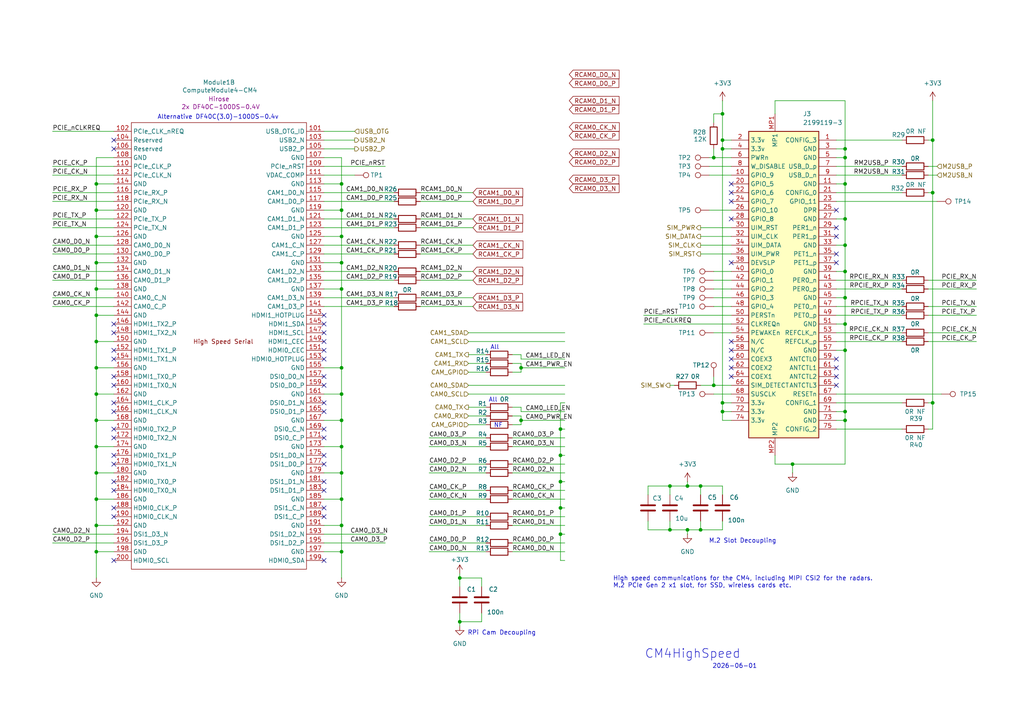
<source format=kicad_sch>
(kicad_sch (version 20231120) (generator "eeschema") (generator_version "8.0")
  (paper "A4")
  (lib_symbols
    (symbol "2199119-3:M2_B_Key"
      (property "Reference" "J" (at 95.25 12.7 0))
      (property "Value" "2199119-3" (at 95.25 10.16 0))
      (symbol "M2_B_Key_1_1"
        (pin passive line (at 7.62 12.7 270) (length 5.08) (name "CONFIG_3") (number "1"))
        (pin passive line (at 17.78 -17.78 90) (length 5.08) (name "GPIO_9") (number "10"))
        (pin passive line (at 20.32 12.7 270) (length 5.08) (name "GND") (number "11"))
        (pin passive line (at 7.62 -17.78 90) (length 5.08) (name "3.3v") (number "2"))
        (pin passive line (at 20.32 -17.78 90) (length 5.08) (name "GPIO_5") (number "20"))
        (pin passive line (at 22.86 12.7 270) (length 5.08) (name "CONFIG_0") (number "21"))
        (pin passive line (at 22.86 -17.78 90) (length 5.08) (name "GPIO_6") (number "22"))
        (pin passive line (at 25.4 12.7 270) (length 5.08) (name "GPIO_11") (number "23"))
        (pin passive line (at 25.4 -17.78 90) (length 5.08) (name "GPIO_7") (number "24"))
        (pin passive line (at 27.94 12.7 270) (length 5.08) (name "DPR") (number "25"))
        (pin passive line (at 27.94 -17.78 90) (length 5.08) (name "GPIO_10") (number "26"))
        (pin passive line (at 30.48 12.7 270) (length 5.08) (name "GND") (number "27"))
        (pin passive line (at 30.48 -17.78 90) (length 5.08) (name "GPIO_8") (number "28"))
        (pin passive line (at 33.02 12.7 270) (length 5.08) (name "PER1_n") (number "29"))
        (pin passive line (at 10.16 12.7 270) (length 5.08) (name "GND") (number "3"))
        (pin passive line (at 33.02 -17.78 90) (length 5.08) (name "UIM_RST") (number "30"))
        (pin passive line (at 35.56 12.7 270) (length 5.08) (name "PER1_p") (number "31"))
        (pin passive line (at 35.56 -17.78 90) (length 5.08) (name "UIM_CLK") (number "32"))
        (pin passive line (at 38.1 12.7 270) (length 5.08) (name "GND") (number "33"))
        (pin passive line (at 38.1 -17.78 90) (length 5.08) (name "UIM_DATA") (number "34"))
        (pin passive line (at 40.64 12.7 270) (length 5.08) (name "PET1_n") (number "35"))
        (pin passive line (at 40.64 -17.78 90) (length 5.08) (name "UIM_PWR") (number "36"))
        (pin passive line (at 43.18 12.7 270) (length 5.08) (name "PET1_p") (number "37"))
        (pin passive line (at 43.18 -17.78 90) (length 5.08) (name "DEVSLP") (number "38"))
        (pin passive line (at 45.72 12.7 270) (length 5.08) (name "GND") (number "39"))
        (pin passive line (at 10.16 -17.78 90) (length 5.08) (name "3.3v") (number "4"))
        (pin passive line (at 45.72 -17.78 90) (length 5.08) (name "GPIO_0") (number "40"))
        (pin passive line (at 48.26 12.7 270) (length 5.08) (name "PER0_n") (number "41"))
        (pin passive line (at 48.26 -17.78 90) (length 5.08) (name "GPIO_1") (number "42"))
        (pin passive line (at 50.8 12.7 270) (length 5.08) (name "PER0_p") (number "43"))
        (pin passive line (at 50.8 -17.78 90) (length 5.08) (name "GPIO_2") (number "44"))
        (pin passive line (at 53.34 12.7 270) (length 5.08) (name "GND") (number "45"))
        (pin passive line (at 53.34 -17.78 90) (length 5.08) (name "GPIO_3") (number "46"))
        (pin passive line (at 55.88 12.7 270) (length 5.08) (name "PET0_n") (number "47"))
        (pin passive line (at 55.88 -17.78 90) (length 5.08) (name "GPIO_4") (number "48"))
        (pin passive line (at 58.42 12.7 270) (length 5.08) (name "PET0_p") (number "49"))
        (pin passive line (at 12.7 12.7 270) (length 5.08) (name "GND") (number "5"))
        (pin passive line (at 58.42 -17.78 90) (length 5.08) (name "PERSTn") (number "50"))
        (pin passive line (at 60.96 12.7 270) (length 5.08) (name "GND") (number "51"))
        (pin passive line (at 60.96 -17.78 90) (length 5.08) (name "CLKREQn") (number "52"))
        (pin passive line (at 63.5 12.7 270) (length 5.08) (name "REFCLK_n") (number "53"))
        (pin passive line (at 63.5 -17.78 90) (length 5.08) (name "PEWAKEn") (number "54"))
        (pin passive line (at 66.04 12.7 270) (length 5.08) (name "REFCLK_p") (number "55"))
        (pin passive line (at 66.04 -17.78 90) (length 5.08) (name "N/C") (number "56"))
        (pin passive line (at 68.58 12.7 270) (length 5.08) (name "GND") (number "57"))
        (pin passive line (at 68.58 -17.78 90) (length 5.08) (name "N/C") (number "58"))
        (pin passive line (at 71.12 12.7 270) (length 5.08) (name "ANTCTL0") (number "59"))
        (pin passive line (at 12.7 -17.78 90) (length 5.08) (name "PWRn") (number "6"))
        (pin passive line (at 71.12 -17.78 90) (length 5.08) (name "COEX3") (number "60"))
        (pin passive line (at 73.66 12.7 270) (length 5.08) (name "ANTCTL1") (number "61"))
        (pin passive line (at 73.66 -17.78 90) (length 5.08) (name "COEX2") (number "62"))
        (pin passive line (at 76.2 12.7 270) (length 5.08) (name "ANTCTL2") (number "63"))
        (pin passive line (at 76.2 -17.78 90) (length 5.08) (name "COEX1") (number "64"))
        (pin passive line (at 78.74 12.7 270) (length 5.08) (name "ANTCTL3") (number "65"))
        (pin passive line (at 78.74 -17.78 90) (length 5.08) (name "SIM_DETECT") (number "66"))
        (pin passive line (at 81.28 12.7 270) (length 5.08) (name "RESETn") (number "67"))
        (pin passive line (at 81.28 -17.78 90) (length 5.08) (name "SUSCLK") (number "68"))
        (pin passive line (at 83.82 12.7 270) (length 5.08) (name "CONFIG_1") (number "69"))
        (pin passive line (at 15.24 12.7 270) (length 5.08) (name "USB_D_p") (number "7"))
        (pin passive line (at 83.82 -17.78 90) (length 5.08) (name "3.3v") (number "70"))
        (pin passive line (at 86.36 12.7 270) (length 5.08) (name "GND") (number "71"))
        (pin passive line (at 86.36 -17.78 90) (length 5.08) (name "3.3v") (number "72"))
        (pin passive line (at 88.9 12.7 270) (length 5.08) (name "GND") (number "73"))
        (pin passive line (at 88.9 -17.78 90) (length 5.08) (name "3.3v") (number "74"))
        (pin passive line (at 91.44 12.7 270) (length 5.08) (name "CONFIG_2") (number "75"))
        (pin passive line (at 15.24 -17.78 90) (length 5.08) (name "W_DISABLE") (number "8"))
        (pin passive line (at 17.78 12.7 270) (length 5.08) (name "USB_D_n") (number "9"))
        (pin passive line (at 0 -5.08 0) (length 5.08) (name "MP1") (number "MP1"))
        (pin passive line (at 99.06 -5.08 180) (length 5.08) (name "MP2") (number "MP2"))
      )
    )
    (symbol "CM4IO:ComputeModule4-CM4"
      (property "Reference" "Module" (at 113.03 -68.58 0))
      (property "Value" "ComputeModule4-CM4" (at 140.97 2.54 0))
      (property "Field4" "Hirose" (at 0 0 0))
      (property "Field5" "2x DF40C-100DS-0.4V" (at 0 -2.54 0))
      (symbol "ComputeModule4-CM4_1_0"
        (text "GPIO" (at 0 6.35 0) (effects (font (size 1.27 1.27))))
      )
      (symbol "ComputeModule4-CM4_1_1"
        (text "600mA Max" (at -8.89 -53.34 0) (effects (font (size 1.27 1.27))))
        (text "600mA Max" (at -8.89 -48.26 0) (effects (font (size 1.27 1.27))))
        (text "NB SD signals are only available" (at -1.27 -27.94 0) (effects (font (size 1.27 1.27))))
        (text "on modules without eMMC" (at -1.27 -30.48 0) (effects (font (size 1.27 1.27))))
        (pin power_in line (at 27.94 55.88 180) (length 2.54) (name "GND") (number "1"))
        (pin passive line (at -33.02 45.72 0) (length 2.54) (name "Ethernet_Pair0_N") (number "10"))
        (pin output line (at -33.02 -68.58 0) (length 2.54) (name "nEXTRST") (number "100"))
        (pin passive line (at 27.94 43.18 180) (length 2.54) (name "Ethernet_Pair2_P") (number "11"))
        (pin passive line (at -33.02 43.18 0) (length 2.54) (name "Ethernet_Pair0_P") (number "12"))
        (pin power_in line (at 27.94 40.64 180) (length 2.54) (name "GND") (number "13"))
        (pin power_in line (at -33.02 40.64 0) (length 2.54) (name "GND") (number "14"))
        (pin output line (at 27.94 38.1 180) (length 2.54) (name "Ethernet_nLED3(3.3v)") (number "15"))
        (pin input line (at -33.02 38.1 0) (length 2.54) (name "Ethernet_SYNC_IN(1.8v)") (number "16"))
        (pin output line (at 27.94 35.56 180) (length 2.54) (name "Ethernet_nLED2(3.3v)") (number "17"))
        (pin input line (at -33.02 35.56 0) (length 2.54) (name "Ethernet_SYNC_OUT(1.8v)") (number "18"))
        (pin output line (at 27.94 33.02 180) (length 2.54) (name "Ethernet_nLED1(3.3v)") (number "19"))
        (pin power_in line (at -33.02 55.88 0) (length 2.54) (name "GND") (number "2"))
        (pin passive line (at -33.02 33.02 0) (length 2.54) (name "EEPROM_nWP") (number "20"))
        (pin open_collector line (at 27.94 30.48 180) (length 2.54) (name "PI_nLED_Activity") (number "21"))
        (pin power_in line (at -33.02 30.48 0) (length 2.54) (name "GND") (number "22"))
        (pin power_in line (at 27.94 27.94 180) (length 2.54) (name "GND") (number "23"))
        (pin passive line (at -33.02 27.94 0) (length 2.54) (name "GPIO26") (number "24"))
        (pin passive line (at 27.94 25.4 180) (length 2.54) (name "GPIO21") (number "25"))
        (pin passive line (at -33.02 25.4 0) (length 2.54) (name "GPIO19") (number "26"))
        (pin passive line (at 27.94 22.86 180) (length 2.54) (name "GPIO20") (number "27"))
        (pin passive line (at -33.02 22.86 0) (length 2.54) (name "GPIO13") (number "28"))
        (pin passive line (at 27.94 20.32 180) (length 2.54) (name "GPIO16") (number "29"))
        (pin passive line (at 27.94 53.34 180) (length 2.54) (name "Ethernet_Pair3_P") (number "3"))
        (pin passive line (at -33.02 20.32 0) (length 2.54) (name "GPIO6") (number "30"))
        (pin passive line (at 27.94 17.78 180) (length 2.54) (name "GPIO12") (number "31"))
        (pin power_in line (at -33.02 17.78 0) (length 2.54) (name "GND") (number "32"))
        (pin power_in line (at 27.94 15.24 180) (length 2.54) (name "GND") (number "33"))
        (pin passive line (at -33.02 15.24 0) (length 2.54) (name "GPIO5") (number "34"))
        (pin passive line (at 27.94 12.7 180) (length 2.54) (name "ID_SC") (number "35"))
        (pin passive line (at -33.02 12.7 0) (length 2.54) (name "ID_SD") (number "36"))
        (pin passive line (at 27.94 10.16 180) (length 2.54) (name "GPIO7") (number "37"))
        (pin passive line (at -33.02 10.16 0) (length 2.54) (name "GPIO11") (number "38"))
        (pin passive line (at 27.94 7.62 180) (length 2.54) (name "GPIO8") (number "39"))
        (pin passive line (at -33.02 53.34 0) (length 2.54) (name "Ethernet_Pair1_P") (number "4"))
        (pin passive line (at -33.02 7.62 0) (length 2.54) (name "GPIO9") (number "40"))
        (pin passive line (at 27.94 5.08 180) (length 2.54) (name "GPIO25") (number "41"))
        (pin power_in line (at -33.02 5.08 0) (length 2.54) (name "GND") (number "42"))
        (pin power_in line (at 27.94 2.54 180) (length 2.54) (name "GND") (number "43"))
        (pin passive line (at -33.02 2.54 0) (length 2.54) (name "GPIO10") (number "44"))
        (pin passive line (at 27.94 0 180) (length 2.54) (name "GPIO24") (number "45"))
        (pin passive line (at -33.02 0 0) (length 2.54) (name "GPIO22") (number "46"))
        (pin passive line (at 27.94 -2.54 180) (length 2.54) (name "GPIO23") (number "47"))
        (pin passive line (at -33.02 -2.54 0) (length 2.54) (name "GPIO27") (number "48"))
        (pin passive line (at 27.94 -5.08 180) (length 2.54) (name "GPIO18") (number "49"))
        (pin passive line (at 27.94 50.8 180) (length 2.54) (name "Ethernet_Pair3_N") (number "5"))
        (pin passive line (at -33.02 -5.08 0) (length 2.54) (name "GPIO17") (number "50"))
        (pin passive line (at 27.94 -7.62 180) (length 2.54) (name "GPIO15") (number "51"))
        (pin power_in line (at -33.02 -7.62 0) (length 2.54) (name "GND") (number "52"))
        (pin power_in line (at 27.94 -10.16 180) (length 2.54) (name "GND") (number "53"))
        (pin passive line (at -33.02 -10.16 0) (length 2.54) (name "GPIO4") (number "54"))
        (pin passive line (at 27.94 -12.7 180) (length 2.54) (name "GPIO14") (number "55"))
        (pin passive line (at -33.02 -12.7 0) (length 2.54) (name "GPIO3") (number "56"))
        (pin passive line (at 27.94 -15.24 180) (length 2.54) (name "SD_CLK") (number "57"))
        (pin passive line (at -33.02 -15.24 0) (length 2.54) (name "GPIO2") (number "58"))
        (pin power_in line (at 27.94 -17.78 180) (length 2.54) (name "GND") (number "59"))
        (pin passive line (at -33.02 50.8 0) (length 2.54) (name "Ethernet_Pair1_N") (number "6"))
        (pin power_in line (at -33.02 -17.78 0) (length 2.54) (name "GND") (number "60"))
        (pin passive line (at 27.94 -20.32 180) (length 2.54) (name "SD_DAT3") (number "61"))
        (pin passive line (at -33.02 -20.32 0) (length 2.54) (name "SD_CMD") (number "62"))
        (pin passive line (at 27.94 -22.86 180) (length 2.54) (name "SD_DAT0") (number "63"))
        (pin passive line (at -33.02 -22.86 0) (length 2.54) (name "SD_DAT5") (number "64"))
        (pin power_in line (at 27.94 -25.4 180) (length 2.54) (name "GND") (number "65"))
        (pin power_in line (at -33.02 -25.4 0) (length 2.54) (name "GND") (number "66"))
        (pin passive line (at 27.94 -27.94 180) (length 2.54) (name "SD_DAT1") (number "67"))
        (pin passive line (at -33.02 -27.94 0) (length 2.54) (name "SD_DAT4") (number "68"))
        (pin passive line (at 27.94 -30.48 180) (length 2.54) (name "SD_DAT2") (number "69"))
        (pin power_in line (at 27.94 48.26 180) (length 2.54) (name "GND") (number "7"))
        (pin passive line (at -33.02 -30.48 0) (length 2.54) (name "SD_DAT7") (number "70"))
        (pin power_in line (at 27.94 -33.02 180) (length 2.54) (name "GND") (number "71"))
        (pin passive line (at -33.02 -33.02 0) (length 2.54) (name "SD_DAT6") (number "72"))
        (pin input line (at 27.94 -35.56 180) (length 2.54) (name "SD_VDD_Override") (number "73"))
        (pin power_in line (at -33.02 -35.56 0) (length 2.54) (name "GND") (number "74"))
        (pin output line (at 27.94 -38.1 180) (length 2.54) (name "SD_PWR_ON") (number "75"))
        (pin passive line (at -33.02 -38.1 0) (length 2.54) (name "Reserved") (number "76"))
        (pin power_in line (at 27.94 -40.64 180) (length 2.54) (name "+5v_(Input)") (number "77"))
        (pin power_in line (at -33.02 -40.64 0) (length 2.54) (name "GPIO_VREF(1.8v/3.3v_Input)") (number "78"))
        (pin power_in line (at 27.94 -43.18 180) (length 2.54) (name "+5v_(Input)") (number "79"))
        (pin power_in line (at -33.02 48.26 0) (length 2.54) (name "GND") (number "8"))
        (pin passive line (at -33.02 -43.18 0) (length 2.54) (name "SCL0") (number "80"))
        (pin power_in line (at 27.94 -45.72 180) (length 2.54) (name "+5v_(Input)") (number "81"))
        (pin passive line (at -33.02 -45.72 0) (length 2.54) (name "SDA0") (number "82"))
        (pin power_in line (at 27.94 -48.26 180) (length 2.54) (name "+5v_(Input)") (number "83"))
        (pin power_out line (at -33.02 -48.26 0) (length 2.54) (name "+3.3v_(Output)") (number "84"))
        (pin power_in line (at 27.94 -50.8 180) (length 2.54) (name "+5v_(Input)") (number "85"))
        (pin power_out line (at -33.02 -50.8 0) (length 2.54) (name "+3.3v_(Output)") (number "86"))
        (pin power_in line (at 27.94 -53.34 180) (length 2.54) (name "+5v_(Input)") (number "87"))
        (pin power_out line (at -33.02 -53.34 0) (length 2.54) (name "+1.8v_(Output)") (number "88"))
        (pin power_in line (at 27.94 -55.88 180) (length 2.54) (name "WiFi_nDisable") (number "89"))
        (pin passive line (at 27.94 45.72 180) (length 2.54) (name "Ethernet_Pair2_N") (number "9"))
        (pin power_out line (at -33.02 -55.88 0) (length 2.54) (name "+1.8v_(Output)") (number "90"))
        (pin power_in line (at 27.94 -58.42 180) (length 2.54) (name "BT_nDisable") (number "91"))
        (pin passive line (at -33.02 -58.42 0) (length 2.54) (name "RUN_PG") (number "92"))
        (pin input line (at 27.94 -60.96 180) (length 2.54) (name "nRPIBOOT") (number "93"))
        (pin passive line (at -33.02 -60.96 0) (length 2.54) (name "AnalogIP1") (number "94"))
        (pin output line (at 27.94 -63.5 180) (length 2.54) (name "nPI_LED_PWR") (number "95"))
        (pin passive line (at -33.02 -63.5 0) (length 2.54) (name "AnalogIP0") (number "96"))
        (pin passive line (at 27.94 -66.04 180) (length 2.54) (name "Camera_GPIO") (number "97"))
        (pin power_in line (at -33.02 -66.04 0) (length 2.54) (name "GND") (number "98"))
        (pin input line (at 27.94 -68.58 180) (length 2.54) (name "Global_EN") (number "99"))
      )
      (symbol "ComputeModule4-CM4_2_1"
        (text "High Speed Serial" (at 140.97 0 0) (effects (font (size 1.27 1.27))))
        (pin input line (at 170.18 60.96 180) (length 5.08) (name "USB_OTG_ID") (number "101"))
        (pin input line (at 109.22 60.96 0) (length 5.08) (name "PCIe_CLK_nREQ") (number "102"))
        (pin passive line (at 170.18 58.42 180) (length 5.08) (name "USB2_N") (number "103"))
        (pin passive line (at 109.22 58.42 0) (length 5.08) (name "Reserved") (number "104"))
        (pin passive line (at 170.18 55.88 180) (length 5.08) (name "USB2_P") (number "105"))
        (pin passive line (at 109.22 55.88 0) (length 5.08) (name "Reserved") (number "106"))
        (pin power_in line (at 170.18 53.34 180) (length 5.08) (name "GND") (number "107"))
        (pin power_in line (at 109.22 53.34 0) (length 5.08) (name "GND") (number "108"))
        (pin bidirectional line (at 170.18 50.8 180) (length 5.08) (name "PCIe_nRST") (number "109"))
        (pin output line (at 109.22 50.8 0) (length 5.08) (name "PCIe_CLK_P") (number "110"))
        (pin passive line (at 170.18 48.26 180) (length 5.08) (name "VDAC_COMP") (number "111"))
        (pin output line (at 109.22 48.26 0) (length 5.08) (name "PCIe_CLK_N") (number "112"))
        (pin power_in line (at 170.18 45.72 180) (length 5.08) (name "GND") (number "113"))
        (pin power_in line (at 109.22 45.72 0) (length 5.08) (name "GND") (number "114"))
        (pin input line (at 170.18 43.18 180) (length 5.08) (name "CAM1_D0_N") (number "115"))
        (pin input line (at 109.22 43.18 0) (length 5.08) (name "PCIe_RX_P") (number "116"))
        (pin input line (at 170.18 40.64 180) (length 5.08) (name "CAM1_D0_P") (number "117"))
        (pin input line (at 109.22 40.64 0) (length 5.08) (name "PCIe_RX_N") (number "118"))
        (pin power_in line (at 170.18 38.1 180) (length 5.08) (name "GND") (number "119"))
        (pin power_in line (at 109.22 38.1 0) (length 5.08) (name "GND") (number "120"))
        (pin input line (at 170.18 35.56 180) (length 5.08) (name "CAM1_D1_N") (number "121"))
        (pin output line (at 109.22 35.56 0) (length 5.08) (name "PCIe_TX_P") (number "122"))
        (pin input line (at 170.18 33.02 180) (length 5.08) (name "CAM1_D1_P") (number "123"))
        (pin output line (at 109.22 33.02 0) (length 5.08) (name "PCIe_TX_N") (number "124"))
        (pin power_in line (at 170.18 30.48 180) (length 5.08) (name "GND") (number "125"))
        (pin power_in line (at 109.22 30.48 0) (length 5.08) (name "GND") (number "126"))
        (pin input line (at 170.18 27.94 180) (length 5.08) (name "CAM1_C_N") (number "127"))
        (pin input line (at 109.22 27.94 0) (length 5.08) (name "CAM0_D0_N") (number "128"))
        (pin input line (at 170.18 25.4 180) (length 5.08) (name "CAM1_C_P") (number "129"))
        (pin input line (at 109.22 25.4 0) (length 5.08) (name "CAM0_D0_P") (number "130"))
        (pin power_in line (at 170.18 22.86 180) (length 5.08) (name "GND") (number "131"))
        (pin power_in line (at 109.22 22.86 0) (length 5.08) (name "GND") (number "132"))
        (pin input line (at 170.18 20.32 180) (length 5.08) (name "CAM1_D2_N") (number "133"))
        (pin input line (at 109.22 20.32 0) (length 5.08) (name "CAM0_D1_N") (number "134"))
        (pin input line (at 170.18 17.78 180) (length 5.08) (name "CAM1_D2_P") (number "135"))
        (pin input line (at 109.22 17.78 0) (length 5.08) (name "CAM0_D1_P") (number "136"))
        (pin power_in line (at 170.18 15.24 180) (length 5.08) (name "GND") (number "137"))
        (pin power_in line (at 109.22 15.24 0) (length 5.08) (name "GND") (number "138"))
        (pin input line (at 170.18 12.7 180) (length 5.08) (name "CAM1_D3_N") (number "139"))
        (pin input line (at 109.22 12.7 0) (length 5.08) (name "CAM0_C_N") (number "140"))
        (pin input line (at 170.18 10.16 180) (length 5.08) (name "CAM1_D3_P") (number "141"))
        (pin input line (at 109.22 10.16 0) (length 5.08) (name "CAM0_C_P") (number "142"))
        (pin input line (at 170.18 7.62 180) (length 5.08) (name "HDMI1_HOTPLUG") (number "143"))
        (pin power_in line (at 109.22 7.62 0) (length 5.08) (name "GND") (number "144"))
        (pin bidirectional line (at 170.18 5.08 180) (length 5.08) (name "HDMI1_SDA") (number "145"))
        (pin output line (at 109.22 5.08 0) (length 5.08) (name "HDMI1_TX2_P") (number "146"))
        (pin open_collector line (at 170.18 2.54 180) (length 5.08) (name "HDMI1_SCL") (number "147"))
        (pin output line (at 109.22 2.54 0) (length 5.08) (name "HDMI1_TX2_N") (number "148"))
        (pin open_collector line (at 170.18 0 180) (length 5.08) (name "HDMI1_CEC") (number "149"))
        (pin power_in line (at 109.22 0 0) (length 5.08) (name "GND") (number "150"))
        (pin open_collector line (at 170.18 -2.54 180) (length 5.08) (name "HDMI0_CEC") (number "151"))
        (pin output line (at 109.22 -2.54 0) (length 5.08) (name "HDMI1_TX1_P") (number "152"))
        (pin input line (at 170.18 -5.08 180) (length 5.08) (name "HDMI0_HOTPLUG") (number "153"))
        (pin output line (at 109.22 -5.08 0) (length 5.08) (name "HDMI1_TX1_N") (number "154"))
        (pin power_in line (at 170.18 -7.62 180) (length 5.08) (name "GND") (number "155"))
        (pin power_in line (at 109.22 -7.62 0) (length 5.08) (name "GND") (number "156"))
        (pin output line (at 170.18 -10.16 180) (length 5.08) (name "DSI0_D0_N") (number "157"))
        (pin output line (at 109.22 -10.16 0) (length 5.08) (name "HDMI1_TX0_P") (number "158"))
        (pin output line (at 170.18 -12.7 180) (length 5.08) (name "DSI0_D0_P") (number "159"))
        (pin output line (at 109.22 -12.7 0) (length 5.08) (name "HDMI1_TX0_N") (number "160"))
        (pin power_in line (at 170.18 -15.24 180) (length 5.08) (name "GND") (number "161"))
        (pin power_in line (at 109.22 -15.24 0) (length 5.08) (name "GND") (number "162"))
        (pin output line (at 170.18 -17.78 180) (length 5.08) (name "DSI0_D1_N") (number "163"))
        (pin output line (at 109.22 -17.78 0) (length 5.08) (name "HDMI1_CLK_P") (number "164"))
        (pin output line (at 170.18 -20.32 180) (length 5.08) (name "DSI0_D1_P") (number "165"))
        (pin output line (at 109.22 -20.32 0) (length 5.08) (name "HDMI1_CLK_N") (number "166"))
        (pin power_in line (at 170.18 -22.86 180) (length 5.08) (name "GND") (number "167"))
        (pin power_in line (at 109.22 -22.86 0) (length 5.08) (name "GND") (number "168"))
        (pin output line (at 170.18 -25.4 180) (length 5.08) (name "DSI0_C_N") (number "169"))
        (pin output line (at 109.22 -25.4 0) (length 5.08) (name "HDMI0_TX2_P") (number "170"))
        (pin output line (at 170.18 -27.94 180) (length 5.08) (name "DSI0_C_P") (number "171"))
        (pin output line (at 109.22 -27.94 0) (length 5.08) (name "HDMI0_TX2_N") (number "172"))
        (pin power_in line (at 170.18 -30.48 180) (length 5.08) (name "GND") (number "173"))
        (pin power_in line (at 109.22 -30.48 0) (length 5.08) (name "GND") (number "174"))
        (pin output line (at 170.18 -33.02 180) (length 5.08) (name "DSI1_D0_N") (number "175"))
        (pin output line (at 109.22 -33.02 0) (length 5.08) (name "HDMI0_TX1_P") (number "176"))
        (pin output line (at 170.18 -35.56 180) (length 5.08) (name "DSI1_D0_P") (number "177"))
        (pin output line (at 109.22 -35.56 0) (length 5.08) (name "HDMI0_TX1_N") (number "178"))
        (pin power_in line (at 170.18 -38.1 180) (length 5.08) (name "GND") (number "179"))
        (pin power_in line (at 109.22 -38.1 0) (length 5.08) (name "GND") (number "180"))
        (pin output line (at 170.18 -40.64 180) (length 5.08) (name "DSI1_D1_N") (number "181"))
        (pin output line (at 109.22 -40.64 0) (length 5.08) (name "HDMI0_TX0_P") (number "182"))
        (pin output line (at 170.18 -43.18 180) (length 5.08) (name "DSI1_D1_P") (number "183"))
        (pin output line (at 109.22 -43.18 0) (length 5.08) (name "HDMI0_TX0_N") (number "184"))
        (pin power_in line (at 170.18 -45.72 180) (length 5.08) (name "GND") (number "185"))
        (pin power_in line (at 109.22 -45.72 0) (length 5.08) (name "GND") (number "186"))
        (pin output line (at 170.18 -48.26 180) (length 5.08) (name "DSI1_C_N") (number "187"))
        (pin output line (at 109.22 -48.26 0) (length 5.08) (name "HDMI0_CLK_P") (number "188"))
        (pin output line (at 170.18 -50.8 180) (length 5.08) (name "DSI1_C_P") (number "189"))
        (pin output line (at 109.22 -50.8 0) (length 5.08) (name "HDMI0_CLK_N") (number "190"))
        (pin power_in line (at 170.18 -53.34 180) (length 5.08) (name "GND") (number "191"))
        (pin power_in line (at 109.22 -53.34 0) (length 5.08) (name "GND") (number "192"))
        (pin output line (at 170.18 -55.88 180) (length 5.08) (name "DSI1_D2_N") (number "193"))
        (pin output line (at 109.22 -55.88 0) (length 5.08) (name "DSI1_D3_N") (number "194"))
        (pin output line (at 170.18 -58.42 180) (length 5.08) (name "DSI1_D2_P") (number "195"))
        (pin output line (at 109.22 -58.42 0) (length 5.08) (name "DSI1_D3_P") (number "196"))
        (pin power_in line (at 170.18 -60.96 180) (length 5.08) (name "GND") (number "197"))
        (pin power_in line (at 109.22 -60.96 0) (length 5.08) (name "GND") (number "198"))
        (pin bidirectional line (at 170.18 -63.5 180) (length 5.08) (name "HDMI0_SDA") (number "199"))
        (pin open_collector line (at 109.22 -63.5 0) (length 5.08) (name "HDMI0_SCL") (number "200"))
      )
    )
    (symbol "Connector:TestPoint" (pin_numbers hide) (pin_names (offset 0.762) hide)
      (property "Reference" "TP" (at 0 6.858 0))
      (property "Value" "TestPoint" (at 0 5.08 0))
      (symbol "TestPoint_1_1"
        (pin passive line (at 0 0 90) (length 2.54) (name "1") (number "1"))
      )
    )
    (symbol "Device:C" (pin_numbers hide) (pin_names (offset 0.254))
      (property "Reference" "C" (at 0.635 2.54 0))
      (property "Value" "C" (at 0.635 -2.54 0))
      (symbol "C_1_1"
        (pin passive line (at 0 3.81 270) (length 2.794) (name "~") (number "1"))
        (pin passive line (at 0 -3.81 90) (length 2.794) (name "~") (number "2"))
      )
    )
    (symbol "Device:R" (pin_numbers hide) (pin_names (offset 0))
      (property "Reference" "R" (at 2.032 0 90))
      (property "Value" "R" (at 0 0 90))
      (symbol "R_1_1"
        (pin passive line (at 0 3.81 270) (length 1.27) (name "~") (number "1"))
        (pin passive line (at 0 -3.81 90) (length 1.27) (name "~") (number "2"))
      )
    )
    (symbol "power:+3.3V" (power) (pin_numbers hide) (pin_names (offset 0) hide)
      (property "Value" "+3.3V" (at 0 3.556 0))
      (symbol "+3.3V_1_1"
        (pin power_in line (at 0 0 90) (length 0) (name "~") (number "1"))
      )
    )
    (symbol "power:+3V3" (power) (pin_numbers hide) (pin_names (offset 0) hide)
      (property "Value" "+3V3" (at 0 3.556 0))
      (symbol "+3V3_1_1"
        (pin power_in line (at 0 0 90) (length 0) (name "~") (number "1"))
      )
    )
    (symbol "power:GND" (power) (pin_numbers hide) (pin_names (offset 0) hide)
      (property "Value" "GND" (at 0 -3.81 0))
      (symbol "GND_1_1"
        (pin power_in line (at 0 0 270) (length 0) (name "~") (number "1"))
      )
    )
  )
  (junction (at 194.31 153.67))
  (junction (at 99.06 121.92))
  (junction (at 245.11 53.34))
  (junction (at 133.35 180.34))
  (junction (at 207.01 45.72))
  (junction (at 27.94 106.68))
  (junction (at 245.11 86.36))
  (junction (at 99.06 83.82))
  (junction (at 245.11 45.72))
  (junction (at 99.06 137.16))
  (junction (at 99.06 152.4))
  (junction (at 162.56 124.46))
  (junction (at 151.13 106.68))
  (junction (at 199.39 140.97))
  (junction (at 151.13 121.92))
  (junction (at 270.51 55.88))
  (junction (at 27.94 99.06))
  (junction (at 99.06 160.02))
  (junction (at 162.56 147.32))
  (junction (at 27.94 129.54))
  (junction (at 99.06 68.58))
  (junction (at 27.94 137.16))
  (junction (at 245.11 71.12))
  (junction (at 27.94 53.34))
  (junction (at 270.51 40.64))
  (junction (at 99.06 114.3))
  (junction (at 245.11 63.5))
  (junction (at 209.55 119.38))
  (junction (at 27.94 114.3))
  (junction (at 27.94 121.92))
  (junction (at 99.06 106.68))
  (junction (at 245.11 121.92))
  (junction (at 199.39 153.67))
  (junction (at 27.94 160.02))
  (junction (at 27.94 152.4))
  (junction (at 270.51 116.84))
  (junction (at 99.06 53.34))
  (junction (at 99.06 144.78))
  (junction (at 162.56 154.94))
  (junction (at 203.2 140.97))
  (junction (at 27.94 144.78))
  (junction (at 207.01 111.76))
  (junction (at 209.55 43.18))
  (junction (at 245.11 101.6))
  (junction (at 27.94 83.82))
  (junction (at 162.56 139.7))
  (junction (at 203.2 153.67))
  (junction (at 209.55 33.02))
  (junction (at 229.87 134.62))
  (junction (at 245.11 78.74))
  (junction (at 99.06 76.2))
  (junction (at 245.11 119.38))
  (junction (at 27.94 60.96))
  (junction (at 27.94 76.2))
  (junction (at 245.11 43.18))
  (junction (at 162.56 132.08))
  (junction (at 27.94 91.44))
  (junction (at 27.94 68.58))
  (junction (at 245.11 93.98))
  (junction (at 99.06 60.96))
  (junction (at 99.06 129.54))
  (junction (at 194.31 140.97))
  (junction (at 133.35 167.64))
  (junction (at 209.55 40.64))
  (junction (at 209.55 116.84))
  (no_connect (at 33.02 96.52))
  (no_connect (at 242.57 109.22))
  (no_connect (at 212.09 76.2))
  (no_connect (at 93.98 139.7))
  (no_connect (at 93.98 109.22))
  (no_connect (at 33.02 162.56))
  (no_connect (at 33.02 147.32))
  (no_connect (at 242.57 60.96))
  (no_connect (at 242.57 106.68))
  (no_connect (at 93.98 149.86))
  (no_connect (at 93.98 132.08))
  (no_connect (at 93.98 119.38))
  (no_connect (at 33.02 139.7))
  (no_connect (at 212.09 106.68))
  (no_connect (at 33.02 104.14))
  (no_connect (at 212.09 99.06))
  (no_connect (at 242.57 73.66))
  (no_connect (at 212.09 63.5))
  (no_connect (at 212.09 55.88))
  (no_connect (at 93.98 124.46))
  (no_connect (at 93.98 127))
  (no_connect (at 33.02 116.84))
  (no_connect (at 33.02 124.46))
  (no_connect (at 242.57 76.2))
  (no_connect (at 93.98 134.62))
  (no_connect (at 33.02 142.24))
  (no_connect (at 93.98 147.32))
  (no_connect (at 242.57 66.04))
  (no_connect (at 212.09 109.22))
  (no_connect (at 212.09 58.42))
  (no_connect (at 33.02 93.98))
  (no_connect (at 33.02 43.18))
  (no_connect (at 33.02 40.64))
  (no_connect (at 33.02 132.08))
  (no_connect (at 242.57 111.76))
  (no_connect (at 93.98 93.98))
  (no_connect (at 212.09 53.34))
  (no_connect (at 93.98 116.84))
  (no_connect (at 33.02 111.76))
  (no_connect (at 33.02 101.6))
  (no_connect (at 93.98 111.76))
  (no_connect (at 93.98 101.6))
  (no_connect (at 242.57 68.58))
  (no_connect (at 93.98 104.14))
  (no_connect (at 93.98 96.52))
  (no_connect (at 33.02 119.38))
  (no_connect (at 33.02 127))
  (no_connect (at 33.02 149.86))
  (no_connect (at 33.02 134.62))
  (no_connect (at 33.02 109.22))
  (no_connect (at 93.98 142.24))
  (no_connect (at 212.09 104.14))
  (no_connect (at 93.98 91.44))
  (no_connect (at 93.98 99.06))
  (no_connect (at 93.98 162.56))
  (no_connect (at 212.09 101.6))
  (no_connect (at 242.57 104.14))
  (wire (pts (xy 148.59 137.16) (xy 163.83 137.16)))
  (wire (pts (xy 27.94 121.92) (xy 27.94 129.54)))
  (wire (pts (xy 99.06 129.54) (xy 99.06 137.16)))
  (wire (pts (xy 207.01 33.02) (xy 209.55 33.02)))
  (wire (pts (xy 93.98 114.3) (xy 99.06 114.3)))
  (wire (pts (xy 209.55 29.21) (xy 209.55 33.02)))
  (wire (pts (xy 162.56 116.84) (xy 163.83 116.84)))
  (wire (pts (xy 93.98 152.4) (xy 99.06 152.4)))
  (wire (pts (xy 15.24 86.36) (xy 33.02 86.36)))
  (wire (pts (xy 245.11 93.98) (xy 245.11 101.6)))
  (wire (pts (xy 15.24 58.42) (xy 33.02 58.42)))
  (wire (pts (xy 135.89 114.3) (xy 163.83 114.3)))
  (wire (pts (xy 245.11 43.18) (xy 245.11 45.72)))
  (wire (pts (xy 245.11 119.38) (xy 245.11 121.92)))
  (wire (pts (xy 229.87 134.62) (xy 229.87 137.16)))
  (wire (pts (xy 162.56 116.84) (xy 162.56 124.46)))
  (wire (pts (xy 162.56 139.7) (xy 162.56 147.32)))
  (wire (pts (xy 207.01 96.52) (xy 212.09 96.52)))
  (wire (pts (xy 207.01 35.56) (xy 207.01 33.02)))
  (wire (pts (xy 187.96 143.51) (xy 187.96 140.97)))
  (wire (pts (xy 135.89 99.06) (xy 163.83 99.06)))
  (wire (pts (xy 99.06 152.4) (xy 99.06 160.02)))
  (wire (pts (xy 148.59 107.95) (xy 151.13 107.95)))
  (wire (pts (xy 15.24 81.28) (xy 33.02 81.28)))
  (wire (pts (xy 199.39 153.67) (xy 199.39 154.94)))
  (wire (pts (xy 148.59 118.11) (xy 151.13 118.11)))
  (wire (pts (xy 151.13 121.92) (xy 151.13 123.19)))
  (wire (pts (xy 133.35 180.34) (xy 133.35 181.61)))
  (wire (pts (xy 15.24 71.12) (xy 33.02 71.12)))
  (wire (pts (xy 15.24 157.48) (xy 33.02 157.48)))
  (wire (pts (xy 93.98 83.82) (xy 99.06 83.82)))
  (wire (pts (xy 269.24 91.44) (xy 283.21 91.44)))
  (wire (pts (xy 205.74 60.96) (xy 212.09 60.96)))
  (wire (pts (xy 194.31 153.67) (xy 199.39 153.67)))
  (wire (pts (xy 245.11 71.12) (xy 245.11 63.5)))
  (wire (pts (xy 93.98 88.9) (xy 114.3 88.9)))
  (wire (pts (xy 93.98 129.54) (xy 99.06 129.54)))
  (wire (pts (xy 121.92 88.9) (xy 137.16 88.9)))
  (wire (pts (xy 93.98 144.78) (xy 99.06 144.78)))
  (wire (pts (xy 242.57 91.44) (xy 261.62 91.44)))
  (wire (pts (xy 245.11 43.18) (xy 242.57 43.18)))
  (wire (pts (xy 93.98 60.96) (xy 99.06 60.96)))
  (wire (pts (xy 148.59 105.41) (xy 151.13 105.41)))
  (wire (pts (xy 135.89 118.11) (xy 140.97 118.11)))
  (wire (pts (xy 15.24 48.26) (xy 33.02 48.26)))
  (wire (pts (xy 203.2 68.58) (xy 212.09 68.58)))
  (wire (pts (xy 139.7 180.34) (xy 133.35 180.34)))
  (wire (pts (xy 27.94 76.2) (xy 27.94 83.82)))
  (wire (pts (xy 203.2 66.04) (xy 212.09 66.04)))
  (wire (pts (xy 121.92 66.04) (xy 137.16 66.04)))
  (wire (pts (xy 135.89 105.41) (xy 140.97 105.41)))
  (wire (pts (xy 209.55 116.84) (xy 209.55 43.18)))
  (wire (pts (xy 242.57 101.6) (xy 245.11 101.6)))
  (wire (pts (xy 93.98 137.16) (xy 99.06 137.16)))
  (wire (pts (xy 269.24 96.52) (xy 283.21 96.52)))
  (wire (pts (xy 93.98 106.68) (xy 99.06 106.68)))
  (wire (pts (xy 27.94 144.78) (xy 27.94 152.4)))
  (wire (pts (xy 162.56 154.94) (xy 163.83 154.94)))
  (wire (pts (xy 151.13 120.65) (xy 151.13 121.92)))
  (wire (pts (xy 242.57 71.12) (xy 245.11 71.12)))
  (wire (pts (xy 33.02 160.02) (xy 27.94 160.02)))
  (wire (pts (xy 162.56 154.94) (xy 162.56 162.56)))
  (wire (pts (xy 93.98 71.12) (xy 114.3 71.12)))
  (wire (pts (xy 203.2 71.12) (xy 212.09 71.12)))
  (wire (pts (xy 245.11 121.92) (xy 245.11 134.62)))
  (wire (pts (xy 162.56 124.46) (xy 162.56 132.08)))
  (wire (pts (xy 207.01 109.22) (xy 207.01 111.76)))
  (wire (pts (xy 242.57 88.9) (xy 261.62 88.9)))
  (wire (pts (xy 151.13 102.87) (xy 151.13 104.14)))
  (wire (pts (xy 203.2 140.97) (xy 203.2 143.51)))
  (wire (pts (xy 148.59 160.02) (xy 163.83 160.02)))
  (wire (pts (xy 27.94 45.72) (xy 27.94 53.34)))
  (wire (pts (xy 15.24 55.88) (xy 33.02 55.88)))
  (wire (pts (xy 121.92 63.5) (xy 137.16 63.5)))
  (wire (pts (xy 121.92 55.88) (xy 137.16 55.88)))
  (wire (pts (xy 209.55 33.02) (xy 209.55 40.64)))
  (wire (pts (xy 209.55 119.38) (xy 209.55 116.84)))
  (wire (pts (xy 242.57 55.88) (xy 261.62 55.88)))
  (wire (pts (xy 99.06 83.82) (xy 99.06 106.68)))
  (wire (pts (xy 15.24 50.8) (xy 33.02 50.8)))
  (wire (pts (xy 148.59 129.54) (xy 163.83 129.54)))
  (wire (pts (xy 27.94 129.54) (xy 27.94 137.16)))
  (wire (pts (xy 135.89 111.76) (xy 163.83 111.76)))
  (wire (pts (xy 245.11 78.74) (xy 245.11 71.12)))
  (wire (pts (xy 205.74 50.8) (xy 212.09 50.8)))
  (wire (pts (xy 224.79 132.08) (xy 224.79 134.62)))
  (wire (pts (xy 245.11 78.74) (xy 245.11 86.36)))
  (wire (pts (xy 209.55 119.38) (xy 212.09 119.38)))
  (wire (pts (xy 93.98 160.02) (xy 99.06 160.02)))
  (wire (pts (xy 33.02 121.92) (xy 27.94 121.92)))
  (wire (pts (xy 224.79 33.02) (xy 224.79 29.21)))
  (wire (pts (xy 135.89 107.95) (xy 140.97 107.95)))
  (wire (pts (xy 245.11 63.5) (xy 245.11 53.34)))
  (wire (pts (xy 139.7 177.8) (xy 139.7 180.34)))
  (wire (pts (xy 242.57 121.92) (xy 245.11 121.92)))
  (wire (pts (xy 33.02 91.44) (xy 27.94 91.44)))
  (wire (pts (xy 93.98 38.1) (xy 102.87 38.1)))
  (wire (pts (xy 269.24 124.46) (xy 270.51 124.46)))
  (wire (pts (xy 93.98 55.88) (xy 114.3 55.88)))
  (wire (pts (xy 270.51 116.84) (xy 270.51 55.88)))
  (wire (pts (xy 27.94 106.68) (xy 27.94 114.3)))
  (wire (pts (xy 242.57 96.52) (xy 261.62 96.52)))
  (wire (pts (xy 33.02 106.68) (xy 27.94 106.68)))
  (wire (pts (xy 242.57 53.34) (xy 245.11 53.34)))
  (wire (pts (xy 205.74 45.72) (xy 207.01 45.72)))
  (wire (pts (xy 148.59 127) (xy 163.83 127)))
  (wire (pts (xy 99.06 45.72) (xy 99.06 53.34)))
  (wire (pts (xy 199.39 140.97) (xy 203.2 140.97)))
  (wire (pts (xy 15.24 154.94) (xy 33.02 154.94)))
  (wire (pts (xy 124.46 134.62) (xy 140.97 134.62)))
  (wire (pts (xy 148.59 144.78) (xy 163.83 144.78)))
  (wire (pts (xy 93.98 157.48) (xy 111.76 157.48)))
  (wire (pts (xy 33.02 76.2) (xy 27.94 76.2)))
  (wire (pts (xy 269.24 40.64) (xy 270.51 40.64)))
  (wire (pts (xy 245.11 101.6) (xy 245.11 119.38)))
  (wire (pts (xy 124.46 144.78) (xy 140.97 144.78)))
  (wire (pts (xy 93.98 53.34) (xy 99.06 53.34)))
  (wire (pts (xy 199.39 139.7) (xy 199.39 140.97)))
  (wire (pts (xy 242.57 63.5) (xy 245.11 63.5)))
  (wire (pts (xy 93.98 43.18) (xy 102.87 43.18)))
  (wire (pts (xy 194.31 153.67) (xy 187.96 153.67)))
  (wire (pts (xy 124.46 129.54) (xy 140.97 129.54)))
  (wire (pts (xy 207.01 45.72) (xy 212.09 45.72)))
  (wire (pts (xy 133.35 167.64) (xy 133.35 170.18)))
  (wire (pts (xy 162.56 132.08) (xy 162.56 139.7)))
  (wire (pts (xy 203.2 151.13) (xy 203.2 153.67)))
  (wire (pts (xy 93.98 58.42) (xy 114.3 58.42)))
  (wire (pts (xy 207.01 86.36) (xy 212.09 86.36)))
  (wire (pts (xy 93.98 78.74) (xy 114.3 78.74)))
  (wire (pts (xy 186.69 91.44) (xy 212.09 91.44)))
  (wire (pts (xy 245.11 29.21) (xy 245.11 43.18)))
  (wire (pts (xy 33.02 137.16) (xy 27.94 137.16)))
  (wire (pts (xy 124.46 157.48) (xy 140.97 157.48)))
  (wire (pts (xy 121.92 71.12) (xy 137.16 71.12)))
  (wire (pts (xy 99.06 76.2) (xy 99.06 83.82)))
  (wire (pts (xy 15.24 73.66) (xy 33.02 73.66)))
  (wire (pts (xy 151.13 107.95) (xy 151.13 106.68)))
  (wire (pts (xy 148.59 120.65) (xy 151.13 120.65)))
  (wire (pts (xy 242.57 83.82) (xy 261.62 83.82)))
  (wire (pts (xy 209.55 40.64) (xy 209.55 43.18)))
  (wire (pts (xy 135.89 123.19) (xy 140.97 123.19)))
  (wire (pts (xy 209.55 153.67) (xy 203.2 153.67)))
  (wire (pts (xy 99.06 160.02) (xy 99.06 167.64)))
  (wire (pts (xy 99.06 121.92) (xy 99.06 129.54)))
  (wire (pts (xy 93.98 81.28) (xy 114.3 81.28)))
  (wire (pts (xy 15.24 88.9) (xy 33.02 88.9)))
  (wire (pts (xy 133.35 177.8) (xy 133.35 180.34)))
  (wire (pts (xy 194.31 140.97) (xy 194.31 143.51)))
  (wire (pts (xy 99.06 68.58) (xy 99.06 76.2)))
  (wire (pts (xy 162.56 162.56) (xy 163.83 162.56)))
  (wire (pts (xy 207.01 78.74) (xy 212.09 78.74)))
  (wire (pts (xy 15.24 63.5) (xy 33.02 63.5)))
  (wire (pts (xy 242.57 93.98) (xy 245.11 93.98)))
  (wire (pts (xy 27.94 53.34) (xy 27.94 60.96)))
  (wire (pts (xy 102.87 50.8) (xy 93.98 50.8)))
  (wire (pts (xy 187.96 140.97) (xy 194.31 140.97)))
  (wire (pts (xy 139.7 167.64) (xy 139.7 170.18)))
  (wire (pts (xy 242.57 124.46) (xy 261.62 124.46)))
  (wire (pts (xy 242.57 86.36) (xy 245.11 86.36)))
  (wire (pts (xy 242.57 45.72) (xy 245.11 45.72)))
  (wire (pts (xy 207.01 81.28) (xy 212.09 81.28)))
  (wire (pts (xy 121.92 58.42) (xy 137.16 58.42)))
  (wire (pts (xy 203.2 111.76) (xy 207.01 111.76)))
  (wire (pts (xy 151.13 118.11) (xy 151.13 119.38)))
  (wire (pts (xy 33.02 68.58) (xy 27.94 68.58)))
  (wire (pts (xy 162.56 132.08) (xy 163.83 132.08)))
  (wire (pts (xy 124.46 149.86) (xy 140.97 149.86)))
  (wire (pts (xy 33.02 99.06) (xy 27.94 99.06)))
  (wire (pts (xy 269.24 48.26) (xy 271.78 48.26)))
  (wire (pts (xy 270.51 55.88) (xy 270.51 40.64)))
  (wire (pts (xy 209.55 43.18) (xy 212.09 43.18)))
  (wire (pts (xy 194.31 151.13) (xy 194.31 153.67)))
  (wire (pts (xy 135.89 96.52) (xy 163.83 96.52)))
  (wire (pts (xy 121.92 73.66) (xy 137.16 73.66)))
  (wire (pts (xy 93.98 68.58) (xy 99.06 68.58)))
  (wire (pts (xy 27.94 99.06) (xy 27.94 106.68)))
  (wire (pts (xy 27.94 160.02) (xy 27.94 167.64)))
  (wire (pts (xy 212.09 40.64) (xy 209.55 40.64)))
  (wire (pts (xy 207.01 88.9) (xy 212.09 88.9)))
  (wire (pts (xy 162.56 147.32) (xy 163.83 147.32)))
  (wire (pts (xy 133.35 167.64) (xy 139.7 167.64)))
  (wire (pts (xy 99.06 114.3) (xy 99.06 121.92)))
  (wire (pts (xy 148.59 123.19) (xy 151.13 123.19)))
  (wire (pts (xy 15.24 66.04) (xy 33.02 66.04)))
  (wire (pts (xy 242.57 116.84) (xy 261.62 116.84)))
  (wire (pts (xy 33.02 60.96) (xy 27.94 60.96)))
  (wire (pts (xy 207.01 43.18) (xy 207.01 45.72)))
  (wire (pts (xy 203.2 140.97) (xy 209.55 140.97)))
  (wire (pts (xy 151.13 119.38) (xy 163.83 119.38)))
  (wire (pts (xy 27.94 60.96) (xy 27.94 68.58)))
  (wire (pts (xy 270.51 124.46) (xy 270.51 116.84)))
  (wire (pts (xy 209.55 140.97) (xy 209.55 143.51)))
  (wire (pts (xy 148.59 102.87) (xy 151.13 102.87)))
  (wire (pts (xy 135.89 120.65) (xy 140.97 120.65)))
  (wire (pts (xy 135.89 102.87) (xy 140.97 102.87)))
  (wire (pts (xy 93.98 48.26) (xy 111.76 48.26)))
  (wire (pts (xy 33.02 83.82) (xy 27.94 83.82)))
  (wire (pts (xy 124.46 137.16) (xy 140.97 137.16)))
  (wire (pts (xy 121.92 78.74) (xy 137.16 78.74)))
  (wire (pts (xy 33.02 53.34) (xy 27.94 53.34)))
  (wire (pts (xy 269.24 83.82) (xy 283.21 83.82)))
  (wire (pts (xy 33.02 114.3) (xy 27.94 114.3)))
  (wire (pts (xy 245.11 86.36) (xy 245.11 93.98)))
  (wire (pts (xy 242.57 58.42) (xy 271.78 58.42)))
  (wire (pts (xy 269.24 116.84) (xy 270.51 116.84)))
  (wire (pts (xy 121.92 86.36) (xy 137.16 86.36)))
  (wire (pts (xy 15.24 38.1) (xy 33.02 38.1)))
  (wire (pts (xy 124.46 152.4) (xy 140.97 152.4)))
  (wire (pts (xy 199.39 140.97) (xy 194.31 140.97)))
  (wire (pts (xy 242.57 114.3) (xy 273.05 114.3)))
  (wire (pts (xy 242.57 40.64) (xy 261.62 40.64)))
  (wire (pts (xy 148.59 152.4) (xy 163.83 152.4)))
  (wire (pts (xy 209.55 151.13) (xy 209.55 153.67)))
  (wire (pts (xy 242.57 50.8) (xy 261.62 50.8)))
  (wire (pts (xy 93.98 45.72) (xy 99.06 45.72)))
  (wire (pts (xy 224.79 29.21) (xy 245.11 29.21)))
  (wire (pts (xy 209.55 116.84) (xy 212.09 116.84)))
  (wire (pts (xy 245.11 53.34) (xy 245.11 45.72)))
  (wire (pts (xy 229.87 134.62) (xy 245.11 134.62)))
  (wire (pts (xy 194.31 111.76) (xy 195.58 111.76)))
  (wire (pts (xy 93.98 66.04) (xy 114.3 66.04)))
  (wire (pts (xy 93.98 76.2) (xy 99.06 76.2)))
  (wire (pts (xy 148.59 149.86) (xy 163.83 149.86)))
  (wire (pts (xy 124.46 142.24) (xy 140.97 142.24)))
  (wire (pts (xy 207.01 111.76) (xy 212.09 111.76)))
  (wire (pts (xy 242.57 78.74) (xy 245.11 78.74)))
  (wire (pts (xy 269.24 88.9) (xy 283.21 88.9)))
  (wire (pts (xy 99.06 137.16) (xy 99.06 144.78)))
  (wire (pts (xy 93.98 40.64) (xy 102.87 40.64)))
  (wire (pts (xy 151.13 121.92) (xy 163.83 121.92)))
  (wire (pts (xy 33.02 152.4) (xy 27.94 152.4)))
  (wire (pts (xy 162.56 139.7) (xy 163.83 139.7)))
  (wire (pts (xy 33.02 129.54) (xy 27.94 129.54)))
  (wire (pts (xy 162.56 124.46) (xy 163.83 124.46)))
  (wire (pts (xy 27.94 83.82) (xy 27.94 91.44)))
  (wire (pts (xy 224.79 134.62) (xy 229.87 134.62)))
  (wire (pts (xy 27.94 91.44) (xy 27.94 99.06)))
  (wire (pts (xy 242.57 99.06) (xy 261.62 99.06)))
  (wire (pts (xy 242.57 119.38) (xy 245.11 119.38)))
  (wire (pts (xy 209.55 121.92) (xy 209.55 119.38)))
  (wire (pts (xy 99.06 60.96) (xy 99.06 68.58)))
  (wire (pts (xy 148.59 157.48) (xy 163.83 157.48)))
  (wire (pts (xy 15.24 78.74) (xy 33.02 78.74)))
  (wire (pts (xy 212.09 121.92) (xy 209.55 121.92)))
  (wire (pts (xy 93.98 154.94) (xy 111.76 154.94)))
  (wire (pts (xy 27.94 137.16) (xy 27.94 144.78)))
  (wire (pts (xy 242.57 81.28) (xy 261.62 81.28)))
  (wire (pts (xy 203.2 73.66) (xy 212.09 73.66)))
  (wire (pts (xy 93.98 86.36) (xy 114.3 86.36)))
  (wire (pts (xy 151.13 104.14) (xy 163.83 104.14)))
  (wire (pts (xy 187.96 153.67) (xy 187.96 151.13)))
  (wire (pts (xy 93.98 73.66) (xy 114.3 73.66)))
  (wire (pts (xy 27.94 114.3) (xy 27.94 121.92)))
  (wire (pts (xy 93.98 121.92) (xy 99.06 121.92)))
  (wire (pts (xy 269.24 50.8) (xy 271.78 50.8)))
  (wire (pts (xy 270.51 29.21) (xy 270.51 40.64)))
  (wire (pts (xy 148.59 134.62) (xy 163.83 134.62)))
  (wire (pts (xy 207.01 114.3) (xy 212.09 114.3)))
  (wire (pts (xy 124.46 127) (xy 140.97 127)))
  (wire (pts (xy 207.01 83.82) (xy 212.09 83.82)))
  (wire (pts (xy 121.92 81.28) (xy 137.16 81.28)))
  (wire (pts (xy 186.69 93.98) (xy 212.09 93.98)))
  (wire (pts (xy 33.02 144.78) (xy 27.94 144.78)))
  (wire (pts (xy 151.13 106.68) (xy 163.83 106.68)))
  (wire (pts (xy 99.06 106.68) (xy 99.06 114.3)))
  (wire (pts (xy 27.94 152.4) (xy 27.94 160.02)))
  (wire (pts (xy 27.94 68.58) (xy 27.94 76.2)))
  (wire (pts (xy 133.35 166.37) (xy 133.35 167.64)))
  (wire (pts (xy 269.24 55.88) (xy 270.51 55.88)))
  (wire (pts (xy 124.46 160.02) (xy 140.97 160.02)))
  (wire (pts (xy 205.74 48.26) (xy 212.09 48.26)))
  (wire (pts (xy 151.13 105.41) (xy 151.13 106.68)))
  (wire (pts (xy 162.56 147.32) (xy 162.56 154.94)))
  (wire (pts (xy 269.24 81.28) (xy 283.21 81.28)))
  (wire (pts (xy 33.02 45.72) (xy 27.94 45.72)))
  (wire (pts (xy 269.24 99.06) (xy 283.21 99.06)))
  (wire (pts (xy 203.2 153.67) (xy 199.39 153.67)))
  (wire (pts (xy 242.57 48.26) (xy 261.62 48.26)))
  (wire (pts (xy 148.59 142.24) (xy 163.83 142.24)))
  (wire (pts (xy 99.06 144.78) (xy 99.06 152.4)))
  (wire (pts (xy 93.98 63.5) (xy 114.3 63.5)))
  (wire (pts (xy 99.06 53.34) (xy 99.06 60.96)))
  (text "All" (at 143.51 100.838 0) (effects (font (size 1.27 1.27))))
  (text "M.2 Slot Decoupling\n" (at 215.392 156.972 0) (effects (font (size 1.27 1.27))))
  (text "High speed communications for the CM4, including MIPI CSI2 for the radars.\nM.2 PCIe Gen 2 x1 slot, for SSD, wireless cards etc." (at 177.8 168.91 0) (effects (font (size 1.27 1.27)) (justify left)))
  (text "All\n" (at 143.002 116.078 0) (effects (font (size 1.27 1.27))))
  (text "NF" (at 144.526 123.444 0) (effects (font (size 1.27 1.27))))
  (text "${CURRENT_DATE}" (at 213.106 193.294 0) (effects (font (size 1.27 1.27))))
  (text "RPi Cam Decoupling" (at 145.542 183.642 0) (effects (font (size 1.27 1.27))))
  (text "Alternative DF40C(3.0)-100DS-0.4v" (at 63.246 34.036 0) (effects (font (size 1.27 1.27))))
  (text "CM4HighSpeed\n" (at 200.914 189.738 0) (effects (font (size 2.54 2.54))))
  (label "CAM0_LED_EN" (at 152.4 119.38 0))
  (label "CAM1_D2_N" (at 100.33 78.74 0))
  (label "CAM1_CK_N" (at 100.33 71.12 0))
  (label "RCAM0_D1_N" (at 148.59 152.4 0))
  (label "RCAM0_D0_N" (at 148.59 160.02 0))
  (label "CAM0_D0_P" (at 124.46 157.48 0))
  (label "PCIE_nRST" (at 101.6 48.26 0))
  (label "CAM0_D2_N" (at 124.46 137.16 0))
  (label "RCAM0_D3_N" (at 148.59 129.54 0))
  (label "CAM1_LED_EN" (at 152.4 104.14 0))
  (label "CAM0_D0_N" (at 124.46 160.02 0))
  (label "CAM0_CK_P" (at 124.46 142.24 0))
  (label "RCAM0_D3_P" (at 148.59 127 0))
  (label "CAM0_D2_P" (at 15.24 157.48 0))
  (label "CAM1_D3_P" (at 100.33 88.9 0))
  (label "CAM1_D1_N" (at 100.33 63.5 0))
  (label "RCAM1_D2_P" (at 121.92 81.28 0))
  (label "CAM0_D0_P" (at 15.24 73.66 0))
  (label "RCAM1_CK_P" (at 121.92 73.66 0))
  (label "PCIE_TX_P" (at 273.05 91.44 0))
  (label "CAM0_PWR_EN" (at 152.4 121.92 0))
  (label "RCAM1_D3_P" (at 121.92 86.36 0))
  (label "RPCIE_RX_P" (at 257.81 83.82 180))
  (label "RPCIE_CK_N" (at 257.81 96.52 180))
  (label "PCIE_RX_N" (at 15.24 58.42 0))
  (label "CAM1_D1_P" (at 100.33 66.04 0))
  (label "PCIE_CK_N" (at 15.24 50.8 0))
  (label "PCIE_CK_P" (at 15.24 48.26 0))
  (label "RM2USB_N" (at 257.81 50.8 180))
  (label "RCAM1_CK_N" (at 121.92 71.12 0))
  (label "CAM0_D3_P" (at 101.6 157.48 0))
  (label "PCIE_TX_N" (at 273.05 88.9 0))
  (label "CAM0_D2_N" (at 15.24 154.94 0))
  (label "PCIE_RX_P" (at 273.05 83.82 0))
  (label "CAM0_D3_N" (at 124.46 129.54 0))
  (label "CAM0_D1_N" (at 124.46 152.4 0))
  (label "CAM1_CK_P" (at 100.33 73.66 0))
  (label "RPCIE_TX_P" (at 257.81 91.44 180))
  (label "PCIE_nRST" (at 186.69 91.44 0))
  (label "PCIE_TX_N" (at 15.24 66.04 0))
  (label "PCIE_nCLKREQ" (at 15.24 38.1 0))
  (label "PCIE_CK_N" (at 273.05 96.52 0))
  (label "CAM0_CK_P" (at 15.24 88.9 0))
  (label "CAM0_CK_N" (at 124.46 144.78 0))
  (label "PCIE_nCLKREQ" (at 186.69 93.98 0))
  (label "CAM1_D0_P" (at 100.33 58.42 0))
  (label "CAM1_D0_N" (at 100.33 55.88 0))
  (label "CAM0_D0_N" (at 15.24 71.12 0))
  (label "RCAM1_D0_P" (at 121.92 58.42 0))
  (label "CAM0_D3_N" (at 101.6 154.94 0))
  (label "PCIE_CK_P" (at 273.05 99.06 0))
  (label "CAM1_PWR_EN" (at 152.4 106.68 0))
  (label "CAM0_D1_P" (at 15.24 81.28 0))
  (label "RCAM1_D3_N" (at 121.92 88.9 0))
  (label "RCAM0_CK_N" (at 148.59 144.78 0))
  (label "RPCIE_CK_P" (at 257.81 99.06 180))
  (label "CAM0_D1_N" (at 15.24 78.74 0))
  (label "RCAM1_D0_N" (at 121.92 55.88 0))
  (label "RCAM0_D1_P" (at 148.59 149.86 0))
  (label "PCIE_TX_P" (at 15.24 63.5 0))
  (label "RCAM0_CK_P" (at 148.59 142.24 0))
  (label "PCIE_RX_N" (at 273.05 81.28 0))
  (label "CAM0_D3_P" (at 124.46 127 0))
  (label "CAM1_D3_N" (at 100.33 86.36 0))
  (label "RCAM0_D0_P" (at 148.59 157.48 0))
  (label "RCAM1_D2_N" (at 121.92 78.74 0))
  (label "RCAM0_D2_P" (at 148.59 134.62 0))
  (label "CAM1_D2_P" (at 100.33 81.28 0))
  (label "RPCIE_TX_N" (at 257.81 88.9 180))
  (label "RCAM1_D1_N" (at 121.92 63.5 0))
  (label "RM2USB_P" (at 257.81 48.26 180))
  (label "RPCIE_RX_N" (at 257.81 81.28 180))
  (label "CAM0_CK_N" (at 15.24 86.36 0))
  (label "PCIE_RX_P" (at 15.24 55.88 0))
  (label "CAM0_D2_P" (at 124.46 134.62 0))
  (label "CAM0_D1_P" (at 124.46 149.86 0))
  (label "RCAM0_D2_N" (at 148.59 137.16 0))
  (label "RCAM1_D1_P" (at 121.92 66.04 0))
  (global_label "RCAM0_D1_P" (shape input) (at 165.1 31.75 0) (property "Intersheetrefs" "${INTERSHEET_REFS}" (effects (hide yes))))
  (global_label "RCAM1_D0_P" (shape input) (at 137.16 58.42 0) (property "Intersheetrefs" "${INTERSHEET_REFS}" (effects (hide yes))))
  (global_label "RCAM1_D0_N" (shape input) (at 137.16 55.88 0) (property "Intersheetrefs" "${INTERSHEET_REFS}" (effects (hide yes))))
  (global_label "RCAM0_D2_N" (shape input) (at 165.1 44.45 0) (property "Intersheetrefs" "${INTERSHEET_REFS}" (effects (hide yes))))
  (global_label "RCAM1_D2_P" (shape input) (at 137.16 81.28 0) (property "Intersheetrefs" "${INTERSHEET_REFS}" (effects (hide yes))))
  (global_label "RCAM0_D2_P" (shape input) (at 165.1 46.99 0) (property "Intersheetrefs" "${INTERSHEET_REFS}" (effects (hide yes))))
  (global_label "RCAM1_D1_N" (shape input) (at 137.16 63.5 0) (property "Intersheetrefs" "${INTERSHEET_REFS}" (effects (hide yes))))
  (global_label "RCAM1_D3_N" (shape input) (at 137.16 88.9 0) (property "Intersheetrefs" "${INTERSHEET_REFS}" (effects (hide yes))))
  (global_label "RCAM0_D0_P" (shape input) (at 165.1 24.13 0) (property "Intersheetrefs" "${INTERSHEET_REFS}" (effects (hide yes))))
  (global_label "RCAM0_D3_N" (shape input) (at 165.1 54.61 0) (property "Intersheetrefs" "${INTERSHEET_REFS}" (effects (hide yes))))
  (global_label "RCAM1_CK_N" (shape input) (at 137.16 71.12 0) (property "Intersheetrefs" "${INTERSHEET_REFS}" (effects (hide yes))))
  (global_label "RCAM1_CK_P" (shape input) (at 137.16 73.66 0) (property "Intersheetrefs" "${INTERSHEET_REFS}" (effects (hide yes))))
  (global_label "RCAM1_D3_P" (shape input) (at 137.16 86.36 0) (property "Intersheetrefs" "${INTERSHEET_REFS}" (effects (hide yes))))
  (global_label "RCAM0_CK_N" (shape input) (at 165.1 36.83 0) (property "Intersheetrefs" "${INTERSHEET_REFS}" (effects (hide yes))))
  (global_label "RCAM0_CK_P" (shape input) (at 165.1 39.37 0) (property "Intersheetrefs" "${INTERSHEET_REFS}" (effects (hide yes))))
  (global_label "RCAM0_D3_P" (shape input) (at 165.1 52.07 0) (property "Intersheetrefs" "${INTERSHEET_REFS}" (effects (hide yes))))
  (global_label "RCAM1_D1_P" (shape input) (at 137.16 66.04 0) (property "Intersheetrefs" "${INTERSHEET_REFS}" (effects (hide yes))))
  (global_label "RCAM0_D0_N" (shape input) (at 165.1 21.59 0) (property "Intersheetrefs" "${INTERSHEET_REFS}" (effects (hide yes))))
  (global_label "RCAM0_D1_N" (shape input) (at 165.1 29.21 0) (property "Intersheetrefs" "${INTERSHEET_REFS}" (effects (hide yes))))
  (global_label "RCAM1_D2_N" (shape input) (at 137.16 78.74 0) (property "Intersheetrefs" "${INTERSHEET_REFS}" (effects (hide yes))))
  (hierarchical_label "M2USB_P" (shape input) (at 271.78 48.26 0))
  (hierarchical_label "SIM_RST" (shape output) (at 203.2 73.66 180))
  (hierarchical_label "USB2_P" (shape output) (at 102.87 43.18 0))
  (hierarchical_label "USB_OTG" (shape input) (at 102.87 38.1 0))
  (hierarchical_label "CAM1_TX" (shape output) (at 135.89 102.87 180))
  (hierarchical_label "CAM0_SDA" (shape input) (at 135.89 111.76 180))
  (hierarchical_label "SIM_DATA" (shape output) (at 203.2 68.58 180))
  (hierarchical_label "CAM0_SCL" (shape input) (at 135.89 114.3 180))
  (hierarchical_label "CAM1_RX" (shape input) (at 135.89 105.41 180))
  (hierarchical_label "CAM1_SCL" (shape input) (at 135.89 99.06 180))
  (hierarchical_label "CAM_GPIO" (shape input) (at 135.89 107.95 180))
  (hierarchical_label "CAM1_SDA" (shape input) (at 135.89 96.52 180))
  (hierarchical_label "SIM_PWR" (shape output) (at 203.2 66.04 180))
  (hierarchical_label "USB2_N" (shape output) (at 102.87 40.64 0))
  (hierarchical_label "CAM_GPIO" (shape input) (at 135.89 123.19 180))
  (hierarchical_label "CAM0_TX" (shape output) (at 135.89 118.11 180))
  (hierarchical_label "SIM_CLK" (shape output) (at 203.2 71.12 180))
  (hierarchical_label "M2USB_N" (shape input) (at 271.78 50.8 0))
  (hierarchical_label "CAM0_RX" (shape input) (at 135.89 120.65 180))
  (hierarchical_label "SIM_SW" (shape output) (at 194.31 111.76 180))
  (symbol (lib_id "Device:R") (at 144.78 105.41 90) (unit 1)
    (property "Reference" "R15" (at 139.954 104.394 90))
    (property "Value" "0R" (effects (hide yes)))
    (property "Footprint" "Resistor_SMD:R_0402_1005Metric" (effects (hide yes)))
    (property "Description" "Resistor" (effects (hide yes)))
  )
  (symbol (lib_id "power:+3V3") (at 270.51 29.21 0) (unit 1)
    (property "Reference" "#PWR012" (effects (hide yes)))
    (property "Value" "+3V3" (at 270.51 24.13 0))
    (property "Description" "Power symbol creates a global label with name \"+3V3\"" (effects (hide yes)))
  )
  (symbol (lib_id "Device:R") (at 144.78 157.48 90) (unit 1)
    (property "Reference" "R12" (at 139.954 156.464 90))
    (property "Value" "0R" (effects (hide yes)))
    (property "Footprint" "Resistor_SMD:R_0402_1005Metric" (effects (hide yes)))
    (property "Description" "Resistor" (effects (hide yes)))
  )
  (symbol (lib_id "Device:R") (at 144.78 102.87 90) (unit 1)
    (property "Reference" "R14" (at 139.954 101.854 90))
    (property "Value" "0R" (effects (hide yes)))
    (property "Footprint" "Resistor_SMD:R_0402_1005Metric" (effects (hide yes)))
    (property "Description" "Resistor" (effects (hide yes)))
  )
  (symbol (lib_id "Connector:TestPoint") (at 207.01 88.9 90) (unit 1)
    (property "Reference" "TP10" (at 201.676 88.9 90) (effects (justify left)))
    (property "Value" "TestPoint" (effects (hide yes)))
    (property "Footprint" "TestPoint:TestPoint_Pad_1.0x1.0mm" (effects (hide yes)))
    (property "Description" "test point" (effects (hide yes)))
  )
  (symbol (lib_id "Device:R") (at 144.78 129.54 90) (unit 1)
    (property "Reference" "R5" (at 139.954 128.524 90))
    (property "Value" "0R" (effects (hide yes)))
    (property "Footprint" "Resistor_SMD:R_0402_1005Metric" (effects (hide yes)))
    (property "Description" "Resistor" (effects (hide yes)))
  )
  (symbol (lib_id "Device:R") (at 118.11 63.5 90) (unit 1)
    (property "Reference" "R24" (at 113.284 62.484 90))
    (property "Value" "0R" (effects (hide yes)))
    (property "Footprint" "Resistor_SMD:R_0402_1005Metric" (effects (hide yes)))
    (property "Description" "Resistor" (effects (hide yes)))
  )
  (symbol (lib_id "CM4IO:ComputeModule4-CM4") (at -76.2 99.06 0) (unit 2)
    (property "Reference" "Module1" (at 63.5 23.876 0))
    (property "Value" "ComputeModule4-CM4" (at 63.754 26.162 0))
    (property "Footprint" "CM4IO:Raspberry-Pi-4-Compute-Module" (effects (hide yes)))
    (property "Field4" "Hirose" (at 63.5 28.702 0))
    (property "Field5" "2x DF40C-100DS-0.4V" (at 64.008 30.988 0))
  )
  (symbol (lib_id "Device:R") (at 118.11 71.12 90) (unit 1)
    (property "Reference" "R22" (at 113.284 70.104 90))
    (property "Value" "0R" (effects (hide yes)))
    (property "Footprint" "Resistor_SMD:R_0402_1005Metric" (effects (hide yes)))
    (property "Description" "Resistor" (effects (hide yes)))
  )
  (symbol (lib_id "Connector:TestPoint") (at 207.01 83.82 90) (unit 1)
    (property "Reference" "TP8" (at 201.676 83.82 90) (effects (justify left)))
    (property "Value" "TestPoint" (effects (hide yes)))
    (property "Footprint" "TestPoint:TestPoint_Pad_1.0x1.0mm" (effects (hide yes)))
    (property "Description" "test point" (effects (hide yes)))
  )
  (symbol (lib_id "Connector:TestPoint") (at 205.74 45.72 90) (unit 1)
    (property "Reference" "TP2" (at 200.406 45.72 90) (effects (justify left)))
    (property "Value" "TestPoint" (effects (hide yes)))
    (property "Footprint" "TestPoint:TestPoint_Pad_1.0x1.0mm" (effects (hide yes)))
    (property "Description" "test point" (effects (hide yes)))
  )
  (symbol (lib_id "Device:R") (at 144.78 118.11 90) (unit 1)
    (property "Reference" "R1" (at 139.954 117.094 90))
    (property "Value" "0R" (effects (hide yes)))
    (property "Footprint" "Resistor_SMD:R_0402_1005Metric" (effects (hide yes)))
    (property "Description" "Resistor" (effects (hide yes)))
  )
  (symbol (lib_id "Connector:TestPoint") (at 207.01 109.22 0) (unit 1)
    (property "Reference" "TP12" (at 200.914 105.918 0) (effects (justify left)))
    (property "Value" "TestPoint" (effects (hide yes)))
    (property "Footprint" "TestPoint:TestPoint_Pad_1.0x1.0mm" (effects (hide yes)))
    (property "Description" "test point" (effects (hide yes)))
  )
  (symbol (lib_id "power:+3.3V") (at 199.39 139.7 0) (unit 1)
    (property "Reference" "#PWR08" (effects (hide yes)))
    (property "Value" "+3V3" (at 199.39 134.62 0))
    (property "Description" "Power symbol creates a global label with name \"+3.3V\"" (effects (hide yes)))
  )
  (symbol (lib_id "Connector:TestPoint") (at 207.01 81.28 90) (unit 1)
    (property "Reference" "TP7" (at 201.676 81.28 90) (effects (justify left)))
    (property "Value" "TestPoint" (effects (hide yes)))
    (property "Footprint" "TestPoint:TestPoint_Pad_1.0x1.0mm" (effects (hide yes)))
    (property "Description" "test point" (effects (hide yes)))
  )
  (symbol (lib_id "Device:R") (at 144.78 123.19 90) (unit 1)
    (property "Reference" "R3" (at 139.954 122.174 90))
    (property "Value" "0R NF" (effects (hide yes)))
    (property "Footprint" "Resistor_SMD:R_0402_1005Metric" (effects (hide yes)))
    (property "Description" "Resistor" (effects (hide yes)))
  )
  (symbol (lib_id "Device:R") (at 144.78 160.02 90) (unit 1)
    (property "Reference" "R13" (at 139.954 159.004 90))
    (property "Value" "0R" (effects (hide yes)))
    (property "Footprint" "Resistor_SMD:R_0402_1005Metric" (effects (hide yes)))
    (property "Description" "Resistor" (effects (hide yes)))
  )
  (symbol (lib_id "Device:R") (at 144.78 152.4 90) (unit 1)
    (property "Reference" "R11" (at 139.954 151.384 90))
    (property "Value" "0R" (effects (hide yes)))
    (property "Footprint" "Resistor_SMD:R_0402_1005Metric" (effects (hide yes)))
    (property "Description" "Resistor" (effects (hide yes)))
  )
  (symbol (lib_id "Device:R") (at 265.43 96.52 90) (unit 1)
    (property "Reference" "R37" (at 260.604 95.504 90))
    (property "Value" "0R" (at 265.43 93.98 90))
    (property "Footprint" "Resistor_SMD:R_0402_1005Metric" (effects (hide yes)))
    (property "Description" "Resistor" (effects (hide yes)))
  )
  (symbol (lib_id "power:GND") (at 27.94 167.64 0) (unit 1)
    (property "Reference" "#PWR01" (effects (hide yes)))
    (property "Value" "GND" (at 27.94 172.72 0))
    (property "Description" "Power symbol creates a global label with name \"GND\" , ground" (effects (hide yes)))
  )
  (symbol (lib_id "Device:R") (at 144.78 107.95 90) (unit 1)
    (property "Reference" "R16" (at 139.954 106.934 90))
    (property "Value" "0R NF" (effects (hide yes)))
    (property "Footprint" "Resistor_SMD:R_0402_1005Metric" (effects (hide yes)))
    (property "Description" "Resistor" (effects (hide yes)))
  )
  (symbol (lib_id "Device:C") (at 203.2 147.32 0) (unit 1)
    (property "Reference" "C5" (at 205.232 144.272 0) (effects (justify left)))
    (property "Value" "100n" (effects (hide yes)))
    (property "Footprint" "Capacitor_SMD:C_0603_1608Metric" (effects (hide yes)))
    (property "Description" "Unpolarized capacitor" (effects (hide yes)))
  )
  (symbol (lib_id "2199119-3:M2_B_Key") (at 229.87 33.02 270) (unit 1)
    (property "Reference" "J3" (at 232.8865 33.02 90) (effects (justify left)))
    (property "Value" "2199119-3" (at 232.8865 35.56 90) (effects (justify left)))
    (property "Footprint" "21991193" (effects (hide yes)))
    (property "Datasheet" "https://www.te.com/commerce/DocumentDelivery/DDEController?Action=srchrtrv&DocNm=1-1773706-1NGFF_QRG-SC&DocType=Data%20Sheet&DocLang=Chinese (Simplified)&PartCntxt=2199119-3&DocFormat=pdf" (effects (hide yes)))
    (property "Description" "Body Features: Primary Product Color Black | Connector & Keying Code B | Configuration Features: Number of Rows 2 | PCB Mount Orientation Right Angle | Number of Positions 67 | Contact Features: PCB Contact Termination Area Plating Material Gold Flash | Contact Mating Area Plating Material Thickness 15 MICIN | PCB Contact Termination Area Plating Material Finish Matte | Contact Current Rating (Max) .5 AMP | Contact Base Material Copper Alloy | Contact Mating Area Plating Material Gold | PCB Contact Terminat" (effects (hide yes)))
    (property "Height" "3.2" (effects (hide yes)))
    (property "Manufacturer_Name" "TE Connectivity" (effects (hide yes)))
    (property "Manufacturer_Part_Number" "2199119-3" (effects (hide yes)))
    (property "Mouser Part Number" "571-2199119-3" (effects (hide yes)))
    (property "Mouser Price/Stock" "https://www.mouser.co.uk/ProductDetail/TE-Connectivity/2199119-3?qs=EQCnRgr4b6Gv3vL0NE37dw%3D%3D" (effects (hide yes)))
    (property "Arrow Part Number" "2199119-3" (effects (hide yes)))
    (property "Arrow Price/Stock" "https://www.arrow.com/en/products/2199119-3/te-connectivity?utm_currency=USD&region=nac" (effects (hide yes)))
  )
  (symbol (lib_id "Connector:TestPoint") (at 205.74 60.96 90) (unit 1)
    (property "Reference" "TP5" (at 200.406 60.96 90) (effects (justify left)))
    (property "Value" "TestPoint" (effects (hide yes)))
    (property "Footprint" "TestPoint:TestPoint_Pad_1.0x1.0mm" (effects (hide yes)))
    (property "Description" "test point" (effects (hide yes)))
  )
  (symbol (lib_id "Device:R") (at 265.43 83.82 90) (unit 1)
    (property "Reference" "R34" (at 260.604 82.804 90))
    (property "Value" "0R" (effects (hide yes)))
    (property "Footprint" "Resistor_SMD:R_0402_1005Metric" (effects (hide yes)))
    (property "Description" "Resistor" (effects (hide yes)))
  )
  (symbol (lib_id "Device:R") (at 144.78 137.16 90) (unit 1)
    (property "Reference" "R7" (at 139.954 136.144 90))
    (property "Value" "0R" (effects (hide yes)))
    (property "Footprint" "Resistor_SMD:R_0402_1005Metric" (effects (hide yes)))
    (property "Description" "Resistor" (effects (hide yes)))
  )
  (symbol (lib_id "Connector:TestPoint") (at 207.01 114.3 90) (unit 1)
    (property "Reference" "TP13" (at 201.676 114.3 90) (effects (justify left)))
    (property "Value" "TestPoint" (effects (hide yes)))
    (property "Footprint" "TestPoint:TestPoint_Pad_1.0x1.0mm" (effects (hide yes)))
    (property "Description" "test point" (effects (hide yes)))
  )
  (symbol (lib_id "Device:C") (at 139.7 173.99 0) (unit 1)
    (property "Reference" "C2" (at 141.732 170.942 0) (effects (justify left)))
    (property "Value" "100n" (at 141.224 177.546 0) (effects (justify left)))
    (property "Footprint" "Capacitor_SMD:C_0603_1608Metric" (effects (hide yes)))
    (property "Description" "Unpolarized capacitor" (effects (hide yes)))
  )
  (symbol (lib_id "Connector:TestPoint") (at 102.87 50.8 270) (unit 1)
    (property "Reference" "TP1" (at 107.442 50.8 90) (effects (justify left)))
    (property "Value" "TestPoint" (effects (hide yes)))
    (property "Footprint" "TestPoint:TestPoint_Pad_1.0x1.0mm" (effects (hide yes)))
    (property "Description" "test point" (effects (hide yes)))
  )
  (symbol (lib_id "Device:R") (at 144.78 120.65 90) (unit 1)
    (property "Reference" "R2" (at 139.954 119.634 90))
    (property "Value" "0R" (effects (hide yes)))
    (property "Footprint" "Resistor_SMD:R_0402_1005Metric" (effects (hide yes)))
    (property "Description" "Resistor" (effects (hide yes)))
  )
  (symbol (lib_id "Device:R") (at 265.43 91.44 90) (unit 1)
    (property "Reference" "R36" (at 260.604 90.424 90))
    (property "Value" "0R" (effects (hide yes)))
    (property "Footprint" "Resistor_SMD:R_0402_1005Metric" (effects (hide yes)))
    (property "Description" "Resistor" (effects (hide yes)))
  )
  (symbol (lib_id "power:GND") (at 229.87 137.16 0) (unit 1)
    (property "Reference" "#PWR011" (effects (hide yes)))
    (property "Value" "GND" (at 229.87 142.24 0))
    (property "Description" "Power symbol creates a global label with name \"GND\" , ground" (effects (hide yes)))
  )
  (symbol (lib_id "Device:R") (at 265.43 116.84 90) (unit 1)
    (property "Reference" "R39" (at 265.684 121.412 90))
    (property "Value" "0R NF" (at 265.43 119.38 90))
    (property "Footprint" "Resistor_SMD:R_0402_1005Metric" (effects (hide yes)))
    (property "Description" "Resistor" (effects (hide yes)))
  )
  (symbol (lib_id "Device:R") (at 265.43 124.46 90) (unit 1)
    (property "Reference" "R40" (at 265.684 129.032 90))
    (property "Value" "0R NF" (at 265.43 127 90))
    (property "Footprint" "Resistor_SMD:R_0402_1005Metric" (effects (hide yes)))
    (property "Description" "Resistor" (effects (hide yes)))
  )
  (symbol (lib_id "Device:R") (at 144.78 149.86 90) (unit 1)
    (property "Reference" "R10" (at 139.954 148.844 90))
    (property "Value" "0R" (effects (hide yes)))
    (property "Footprint" "Resistor_SMD:R_0402_1005Metric" (effects (hide yes)))
    (property "Description" "Resistor" (effects (hide yes)))
  )
  (symbol (lib_id "power:+3.3V") (at 209.55 29.21 0) (unit 1)
    (property "Reference" "#PWR010" (effects (hide yes)))
    (property "Value" "+3V3" (at 209.55 24.13 0))
    (property "Description" "Power symbol creates a global label with name \"+3.3V\"" (effects (hide yes)))
  )
  (symbol (lib_id "Device:R") (at 118.11 86.36 90) (unit 1)
    (property "Reference" "R17" (at 113.538 85.344 90))
    (property "Value" "0R" (at 118.11 84.074 90))
    (property "Footprint" "Resistor_SMD:R_0402_1005Metric" (effects (hide yes)))
    (property "Description" "Resistor" (effects (hide yes)))
  )
  (symbol (lib_id "Device:R") (at 265.43 55.88 90) (unit 1)
    (property "Reference" "R32" (at 260.35 54.61 90))
    (property "Value" "0R NF" (at 265.684 53.594 90))
    (property "Footprint" "Resistor_SMD:R_0402_1005Metric" (effects (hide yes)))
    (property "Description" "Resistor" (effects (hide yes)))
  )
  (symbol (lib_id "power:GND") (at 133.35 181.61 0) (unit 1)
    (property "Reference" "#PWR06" (effects (hide yes)))
    (property "Value" "GND" (at 133.35 186.69 0))
    (property "Description" "Power symbol creates a global label with name \"GND\" , ground" (effects (hide yes)))
  )
  (symbol (lib_id "Device:R") (at 199.39 111.76 90) (unit 1)
    (property "Reference" "R27" (at 197.866 109.22 90))
    (property "Value" "0R" (at 201.676 109.22 90))
    (property "Footprint" "Resistor_SMD:R_0402_1005Metric" (effects (hide yes)))
    (property "Description" "Resistor" (effects (hide yes)))
  )
  (symbol (lib_id "Device:R") (at 118.11 66.04 90) (unit 1)
    (property "Reference" "R23" (at 113.284 65.024 90))
    (property "Value" "0R" (effects (hide yes)))
    (property "Footprint" "Resistor_SMD:R_0402_1005Metric" (effects (hide yes)))
    (property "Description" "Resistor" (effects (hide yes)))
  )
  (symbol (lib_id "Device:R") (at 144.78 144.78 90) (unit 1)
    (property "Reference" "R9" (at 139.954 143.764 90))
    (property "Value" "0R" (effects (hide yes)))
    (property "Footprint" "Resistor_SMD:R_0402_1005Metric" (effects (hide yes)))
    (property "Description" "Resistor" (effects (hide yes)))
  )
  (symbol (lib_id "Device:R") (at 265.43 40.64 90) (unit 1)
    (property "Reference" "R29" (at 260.604 39.116 90))
    (property "Value" "0R NF" (at 265.684 38.1 90))
    (property "Footprint" "Resistor_SMD:R_0402_1005Metric" (effects (hide yes)))
    (property "Description" "Resistor" (effects (hide yes)))
  )
  (symbol (lib_id "Device:R") (at 118.11 58.42 90) (unit 1)
    (property "Reference" "R25" (at 113.284 57.404 90))
    (property "Value" "0R" (effects (hide yes)))
    (property "Footprint" "Resistor_SMD:R_0402_1005Metric" (effects (hide yes)))
    (property "Description" "Resistor" (effects (hide yes)))
  )
  (symbol (lib_id "Device:C") (at 194.31 147.32 0) (unit 1)
    (property "Reference" "C4" (at 195.58 144.526 0) (effects (justify left)))
    (property "Value" "10u" (at 195.834 150.368 0) (effects (justify left)))
    (property "Footprint" "Capacitor_SMD:C_0805_2012Metric" (effects (hide yes)))
    (property "Description" "Unpolarized capacitor" (effects (hide yes)))
  )
  (symbol (lib_id "Device:R") (at 144.78 127 90) (unit 1)
    (property "Reference" "R4" (at 139.954 125.984 90))
    (property "Value" "0R" (at 146.304 115.824 90))
    (property "Footprint" "Resistor_SMD:R_0402_1005Metric" (effects (hide yes)))
    (property "Description" "Resistor" (effects (hide yes)))
  )
  (symbol (lib_id "Connector:TestPoint") (at 205.74 50.8 90) (unit 1)
    (property "Reference" "TP4" (at 200.406 50.8 90) (effects (justify left)))
    (property "Value" "TestPoint" (effects (hide yes)))
    (property "Footprint" "TestPoint:TestPoint_Pad_1.0x1.0mm" (effects (hide yes)))
    (property "Description" "test point" (effects (hide yes)))
  )
  (symbol (lib_id "Device:R") (at 265.43 81.28 90) (unit 1)
    (property "Reference" "R33" (at 260.604 80.264 90))
    (property "Value" "0R" (at 265.43 78.994 90))
    (property "Footprint" "Resistor_SMD:R_0402_1005Metric" (effects (hide yes)))
    (property "Description" "Resistor" (effects (hide yes)))
  )
  (symbol (lib_id "Device:R") (at 265.43 88.9 90) (unit 1)
    (property "Reference" "R35" (at 260.604 87.884 90))
    (property "Value" "0R" (at 265.43 86.614 90))
    (property "Footprint" "Resistor_SMD:R_0402_1005Metric" (effects (hide yes)))
    (property "Description" "Resistor" (effects (hide yes)))
  )
  (symbol (lib_id "Connector:TestPoint") (at 273.05 114.3 270) (unit 1)
    (property "Reference" "TP15" (at 278.384 114.3 90) (effects (justify left)))
    (property "Value" "TestPoint" (effects (hide yes)))
    (property "Footprint" "TestPoint:TestPoint_Pad_1.0x1.0mm" (effects (hide yes)))
    (property "Description" "test point" (effects (hide yes)))
  )
  (symbol (lib_id "Device:R") (at 265.43 50.8 90) (unit 1)
    (property "Reference" "R31" (at 260.604 49.784 90))
    (property "Value" "0R" (effects (hide yes)))
    (property "Footprint" "Resistor_SMD:R_0402_1005Metric" (effects (hide yes)))
    (property "Description" "Resistor" (effects (hide yes)))
  )
  (symbol (lib_id "Device:R") (at 118.11 78.74 90) (unit 1)
    (property "Reference" "R20" (at 113.284 77.724 90))
    (property "Value" "0R" (effects (hide yes)))
    (property "Footprint" "Resistor_SMD:R_0402_1005Metric" (effects (hide yes)))
    (property "Description" "Resistor" (effects (hide yes)))
  )
  (symbol (lib_id "Connector:TestPoint") (at 205.74 48.26 90) (unit 1)
    (property "Reference" "TP3" (at 200.406 48.26 90) (effects (justify left)))
    (property "Value" "TestPoint" (effects (hide yes)))
    (property "Footprint" "TestPoint:TestPoint_Pad_1.0x1.0mm" (effects (hide yes)))
    (property "Description" "test point" (effects (hide yes)))
  )
  (symbol (lib_id "power:GND") (at 199.39 154.94 0) (unit 1)
    (property "Reference" "#PWR09" (effects (hide yes)))
    (property "Value" "GND" (at 199.39 160.02 0))
    (property "Description" "Power symbol creates a global label with name \"GND\" , ground" (effects (hide yes)))
  )
  (symbol (lib_id "Device:C") (at 133.35 173.99 0) (unit 1)
    (property "Reference" "C1" (at 135.382 170.942 0) (effects (justify left)))
    (property "Value" "100n" (effects (hide yes)))
    (property "Footprint" "Capacitor_SMD:C_0603_1608Metric" (effects (hide yes)))
    (property "Description" "Unpolarized capacitor" (effects (hide yes)))
  )
  (symbol (lib_id "Device:R") (at 207.01 39.37 0) (unit 1)
    (property "Reference" "R28" (at 200.914 38.354 0) (effects (justify left)))
    (property "Value" "12K" (at 201.168 40.386 0) (effects (justify left)))
    (property "Footprint" "Resistor_SMD:R_0603_1608Metric" (effects (hide yes)))
    (property "Description" "Resistor" (effects (hide yes)))
  )
  (symbol (lib_id "Device:C") (at 187.96 147.32 0) (unit 1)
    (property "Reference" "C3" (at 189.23 144.526 0) (effects (justify left)))
    (property "Value" "10u" (effects (hide yes)))
    (property "Footprint" "Capacitor_SMD:C_0805_2012Metric" (effects (hide yes)))
    (property "Description" "Unpolarized capacitor" (effects (hide yes)))
  )
  (symbol (lib_id "Device:R") (at 265.43 99.06 90) (unit 1)
    (property "Reference" "R38" (at 260.604 98.044 90))
    (property "Value" "0R" (at 265.43 101.6 90))
    (property "Footprint" "Resistor_SMD:R_0402_1005Metric" (effects (hide yes)))
    (property "Description" "Resistor" (effects (hide yes)))
  )
  (symbol (lib_id "Device:R") (at 265.43 48.26 90) (unit 1)
    (property "Reference" "R30" (at 260.604 46.99 90))
    (property "Value" "0R" (at 265.43 45.974 90))
    (property "Footprint" "Resistor_SMD:R_0402_1005Metric" (effects (hide yes)))
    (property "Description" "Resistor" (effects (hide yes)))
  )
  (symbol (lib_id "Device:R") (at 144.78 134.62 90) (unit 1)
    (property "Reference" "R6" (at 139.954 133.604 90))
    (property "Value" "0R" (effects (hide yes)))
    (property "Footprint" "Resistor_SMD:R_0402_1005Metric" (effects (hide yes)))
    (property "Description" "Resistor" (effects (hide yes)))
  )
  (symbol (lib_id "Connector:TestPoint") (at 207.01 78.74 90) (unit 1)
    (property "Reference" "TP6" (at 201.676 78.74 90) (effects (justify left)))
    (property "Value" "TestPoint" (effects (hide yes)))
    (property "Footprint" "TestPoint:TestPoint_Pad_1.0x1.0mm" (effects (hide yes)))
    (property "Description" "test point" (effects (hide yes)))
  )
  (symbol (lib_id "Connector:TestPoint") (at 207.01 86.36 90) (unit 1)
    (property "Reference" "TP9" (at 201.676 86.36 90) (effects (justify left)))
    (property "Value" "TestPoint" (effects (hide yes)))
    (property "Footprint" "TestPoint:TestPoint_Pad_1.0x1.0mm" (effects (hide yes)))
    (property "Description" "test point" (effects (hide yes)))
  )
  (symbol (lib_id "Device:R") (at 118.11 81.28 90) (unit 1)
    (property "Reference" "R19" (at 113.284 80.264 90))
    (property "Value" "0R" (effects (hide yes)))
    (property "Footprint" "Resistor_SMD:R_0402_1005Metric" (effects (hide yes)))
    (property "Description" "Resistor" (effects (hide yes)))
  )
  (symbol (lib_id "Connector:TestPoint") (at 207.01 96.52 90) (unit 1)
    (property "Reference" "TP11" (at 201.676 96.52 90) (effects (justify left)))
    (property "Value" "TestPoint" (effects (hide yes)))
    (property "Footprint" "TestPoint:TestPoint_Pad_1.0x1.0mm" (effects (hide yes)))
    (property "Description" "test point" (effects (hide yes)))
  )
  (symbol (lib_id "Device:R") (at 118.11 88.9 90) (unit 1)
    (property "Reference" "R18" (at 113.538 87.884 90))
    (property "Value" "0R" (effects (hide yes)))
    (property "Footprint" "Resistor_SMD:R_0402_1005Metric" (effects (hide yes)))
    (property "Description" "Resistor" (effects (hide yes)))
  )
  (symbol (lib_id "Device:C") (at 209.55 147.32 0) (unit 1)
    (property "Reference" "C6" (at 211.582 144.272 0) (effects (justify left)))
    (property "Value" "100n" (at 211.074 150.876 0) (effects (justify left)))
    (property "Footprint" "Capacitor_SMD:C_0603_1608Metric" (effects (hide yes)))
    (property "Description" "Unpolarized capacitor" (effects (hide yes)))
  )
  (symbol (lib_id "Device:R") (at 144.78 142.24 90) (unit 1)
    (property "Reference" "R8" (at 139.954 141.224 90))
    (property "Value" "0R" (effects (hide yes)))
    (property "Footprint" "Resistor_SMD:R_0402_1005Metric" (effects (hide yes)))
    (property "Description" "Resistor" (effects (hide yes)))
  )
  (symbol (lib_id "power:+3.3V") (at 133.35 166.37 0) (unit 1)
    (property "Reference" "#PWR05" (effects (hide yes)))
    (property "Value" "+3V3" (at 133.35 162.306 0))
    (property "Description" "Power symbol creates a global label with name \"+3.3V\"" (effects (hide yes)))
  )
  (symbol (lib_id "power:GND") (at 99.06 167.64 0) (unit 1)
    (property "Reference" "#PWR02" (effects (hide yes)))
    (property "Value" "GND" (at 99.06 172.72 0))
    (property "Description" "Power symbol creates a global label with name \"GND\" , ground" (effects (hide yes)))
  )
  (symbol (lib_id "Device:R") (at 118.11 73.66 90) (unit 1)
    (property "Reference" "R21" (at 113.284 72.644 90))
    (property "Value" "0R" (effects (hide yes)))
    (property "Footprint" "Resistor_SMD:R_0402_1005Metric" (effects (hide yes)))
    (property "Description" "Resistor" (effects (hide yes)))
  )
  (symbol (lib_id "Connector:TestPoint") (at 271.78 58.42 270) (unit 1)
    (property "Reference" "TP14" (at 276.86 58.42 90) (effects (justify left)))
    (property "Value" "TestPoint" (effects (hide yes)))
    (property "Footprint" "TestPoint:TestPoint_Pad_1.0x1.0mm" (effects (hide yes)))
    (property "Description" "test point" (effects (hide yes)))
  )
  (symbol (lib_id "Device:R") (at 118.11 55.88 90) (unit 1)
    (property "Reference" "R26" (at 113.284 54.864 90))
    (property "Value" "0R" (effects (hide yes)))
    (property "Footprint" "Resistor_SMD:R_0402_1005Metric" (effects (hide yes)))
    (property "Description" "Resistor" (effects (hide yes)))
  )
)
</source>
